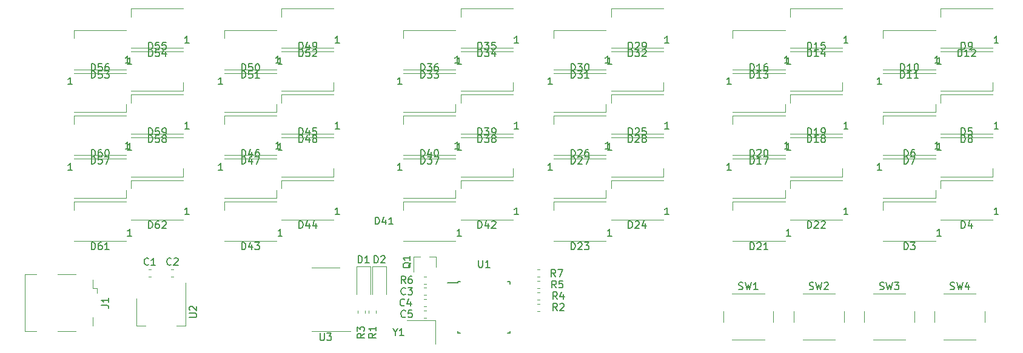
<source format=gbr>
G04 #@! TF.GenerationSoftware,KiCad,Pcbnew,(5.1.5)-3*
G04 #@! TF.CreationDate,2020-09-12T22:58:36+09:00*
G04 #@! TF.ProjectId,acrylic_nixie_clock,61637279-6c69-4635-9f6e-697869655f63,rev?*
G04 #@! TF.SameCoordinates,Original*
G04 #@! TF.FileFunction,Legend,Top*
G04 #@! TF.FilePolarity,Positive*
%FSLAX46Y46*%
G04 Gerber Fmt 4.6, Leading zero omitted, Abs format (unit mm)*
G04 Created by KiCad (PCBNEW (5.1.5)-3) date 2020-09-12 22:58:36*
%MOMM*%
%LPD*%
G04 APERTURE LIST*
%ADD10C,0.120000*%
%ADD11C,0.150000*%
G04 APERTURE END LIST*
D10*
X67782221Y-88775000D02*
X68107779Y-88775000D01*
X67782221Y-87755000D02*
X68107779Y-87755000D01*
X70957221Y-87755000D02*
X71282779Y-87755000D01*
X70957221Y-88775000D02*
X71282779Y-88775000D01*
X64650000Y-59750000D02*
X57350000Y-59750000D01*
X64650000Y-54250000D02*
X57350000Y-54250000D01*
X57350000Y-54250000D02*
X57350000Y-55400000D01*
X72650000Y-56750000D02*
X65350000Y-56750000D01*
X72650000Y-51250000D02*
X65350000Y-51250000D01*
X65350000Y-51250000D02*
X65350000Y-52400000D01*
X72650000Y-62750000D02*
X72650000Y-61600000D01*
X65350000Y-62750000D02*
X72650000Y-62750000D01*
X65350000Y-57250000D02*
X72650000Y-57250000D01*
X57350000Y-60250000D02*
X64650000Y-60250000D01*
X57350000Y-65750000D02*
X64650000Y-65750000D01*
X64650000Y-65750000D02*
X64650000Y-64600000D01*
X57350000Y-66250000D02*
X57350000Y-67400000D01*
X64650000Y-66250000D02*
X57350000Y-66250000D01*
X64650000Y-71750000D02*
X57350000Y-71750000D01*
X72650000Y-68750000D02*
X65350000Y-68750000D01*
X72650000Y-63250000D02*
X65350000Y-63250000D01*
X65350000Y-63250000D02*
X65350000Y-64400000D01*
X72650000Y-74750000D02*
X72650000Y-73600000D01*
X65350000Y-74750000D02*
X72650000Y-74750000D01*
X65350000Y-69250000D02*
X72650000Y-69250000D01*
X57350000Y-72250000D02*
X64650000Y-72250000D01*
X57350000Y-77750000D02*
X64650000Y-77750000D01*
X64650000Y-77750000D02*
X64650000Y-76600000D01*
X57350000Y-78250000D02*
X57350000Y-79400000D01*
X64650000Y-78250000D02*
X57350000Y-78250000D01*
X64650000Y-83750000D02*
X57350000Y-83750000D01*
X72650000Y-80750000D02*
X65350000Y-80750000D01*
X72650000Y-75250000D02*
X65350000Y-75250000D01*
X65350000Y-75250000D02*
X65350000Y-76400000D01*
X85650000Y-83750000D02*
X78350000Y-83750000D01*
X85650000Y-78250000D02*
X78350000Y-78250000D01*
X78350000Y-78250000D02*
X78350000Y-79400000D01*
X93650000Y-80750000D02*
X86350000Y-80750000D01*
X93650000Y-75250000D02*
X86350000Y-75250000D01*
X86350000Y-75250000D02*
X86350000Y-76400000D01*
X93650000Y-74750000D02*
X93650000Y-73600000D01*
X86350000Y-74750000D02*
X93650000Y-74750000D01*
X86350000Y-69250000D02*
X93650000Y-69250000D01*
X85650000Y-77750000D02*
X85650000Y-76600000D01*
X78350000Y-77750000D02*
X85650000Y-77750000D01*
X78350000Y-72250000D02*
X85650000Y-72250000D01*
X85650000Y-71750000D02*
X78350000Y-71750000D01*
X85650000Y-66250000D02*
X78350000Y-66250000D01*
X78350000Y-66250000D02*
X78350000Y-67400000D01*
X93650000Y-68750000D02*
X86350000Y-68750000D01*
X93650000Y-63250000D02*
X86350000Y-63250000D01*
X86350000Y-63250000D02*
X86350000Y-64400000D01*
X86350000Y-57250000D02*
X93650000Y-57250000D01*
X86350000Y-62750000D02*
X93650000Y-62750000D01*
X93650000Y-62750000D02*
X93650000Y-61600000D01*
X85650000Y-65750000D02*
X85650000Y-64600000D01*
X78350000Y-65750000D02*
X85650000Y-65750000D01*
X78350000Y-60250000D02*
X85650000Y-60250000D01*
X78350000Y-54250000D02*
X78350000Y-55400000D01*
X85650000Y-54250000D02*
X78350000Y-54250000D01*
X85650000Y-59750000D02*
X78350000Y-59750000D01*
X93650000Y-56750000D02*
X86350000Y-56750000D01*
X93650000Y-51250000D02*
X86350000Y-51250000D01*
X86350000Y-51250000D02*
X86350000Y-52400000D01*
X103350000Y-54250000D02*
X103350000Y-55400000D01*
X110650000Y-54250000D02*
X103350000Y-54250000D01*
X110650000Y-59750000D02*
X103350000Y-59750000D01*
X118650000Y-56750000D02*
X111350000Y-56750000D01*
X118650000Y-51250000D02*
X111350000Y-51250000D01*
X111350000Y-51250000D02*
X111350000Y-52400000D01*
X111350000Y-57250000D02*
X118650000Y-57250000D01*
X111350000Y-62750000D02*
X118650000Y-62750000D01*
X118650000Y-62750000D02*
X118650000Y-61600000D01*
X103350000Y-60250000D02*
X110650000Y-60250000D01*
X103350000Y-65750000D02*
X110650000Y-65750000D01*
X110650000Y-65750000D02*
X110650000Y-64600000D01*
X110650000Y-71750000D02*
X103350000Y-71750000D01*
X110650000Y-66250000D02*
X103350000Y-66250000D01*
X103350000Y-66250000D02*
X103350000Y-67400000D01*
X118650000Y-68750000D02*
X111350000Y-68750000D01*
X118650000Y-63250000D02*
X111350000Y-63250000D01*
X111350000Y-63250000D02*
X111350000Y-64400000D01*
X111350000Y-69250000D02*
X118650000Y-69250000D01*
X111350000Y-74750000D02*
X118650000Y-74750000D01*
X118650000Y-74750000D02*
X118650000Y-73600000D01*
X110650000Y-77750000D02*
X110650000Y-76600000D01*
X103350000Y-77750000D02*
X110650000Y-77750000D01*
X103350000Y-72250000D02*
X110650000Y-72250000D01*
X110650000Y-83750000D02*
X103350000Y-83750000D01*
X110650000Y-78250000D02*
X103350000Y-78250000D01*
X103350000Y-78250000D02*
X103350000Y-79400000D01*
X118650000Y-80750000D02*
X111350000Y-80750000D01*
X118650000Y-75250000D02*
X111350000Y-75250000D01*
X111350000Y-75250000D02*
X111350000Y-76400000D01*
X131650000Y-83750000D02*
X124350000Y-83750000D01*
X131650000Y-78250000D02*
X124350000Y-78250000D01*
X124350000Y-78250000D02*
X124350000Y-79400000D01*
X132350000Y-75250000D02*
X132350000Y-76400000D01*
X139650000Y-75250000D02*
X132350000Y-75250000D01*
X139650000Y-80750000D02*
X132350000Y-80750000D01*
X139650000Y-74750000D02*
X139650000Y-73600000D01*
X132350000Y-74750000D02*
X139650000Y-74750000D01*
X132350000Y-69250000D02*
X139650000Y-69250000D01*
X124350000Y-72250000D02*
X131650000Y-72250000D01*
X124350000Y-77750000D02*
X131650000Y-77750000D01*
X131650000Y-77750000D02*
X131650000Y-76600000D01*
X124350000Y-66250000D02*
X124350000Y-67400000D01*
X131650000Y-66250000D02*
X124350000Y-66250000D01*
X131650000Y-71750000D02*
X124350000Y-71750000D01*
X139650000Y-68750000D02*
X132350000Y-68750000D01*
X139650000Y-63250000D02*
X132350000Y-63250000D01*
X132350000Y-63250000D02*
X132350000Y-64400000D01*
X139650000Y-62750000D02*
X139650000Y-61600000D01*
X132350000Y-62750000D02*
X139650000Y-62750000D01*
X132350000Y-57250000D02*
X139650000Y-57250000D01*
X131650000Y-65750000D02*
X131650000Y-64600000D01*
X124350000Y-65750000D02*
X131650000Y-65750000D01*
X124350000Y-60250000D02*
X131650000Y-60250000D01*
X124350000Y-54250000D02*
X124350000Y-55400000D01*
X131650000Y-54250000D02*
X124350000Y-54250000D01*
X131650000Y-59750000D02*
X124350000Y-59750000D01*
X139650000Y-56750000D02*
X132350000Y-56750000D01*
X139650000Y-51250000D02*
X132350000Y-51250000D01*
X132350000Y-51250000D02*
X132350000Y-52400000D01*
X156650000Y-59750000D02*
X149350000Y-59750000D01*
X156650000Y-54250000D02*
X149350000Y-54250000D01*
X149350000Y-54250000D02*
X149350000Y-55400000D01*
X157350000Y-51250000D02*
X157350000Y-52400000D01*
X164650000Y-51250000D02*
X157350000Y-51250000D01*
X164650000Y-56750000D02*
X157350000Y-56750000D01*
X164650000Y-62750000D02*
X164650000Y-61600000D01*
X157350000Y-62750000D02*
X164650000Y-62750000D01*
X157350000Y-57250000D02*
X164650000Y-57250000D01*
X149350000Y-60250000D02*
X156650000Y-60250000D01*
X149350000Y-65750000D02*
X156650000Y-65750000D01*
X156650000Y-65750000D02*
X156650000Y-64600000D01*
X149350000Y-66250000D02*
X149350000Y-67400000D01*
X156650000Y-66250000D02*
X149350000Y-66250000D01*
X156650000Y-71750000D02*
X149350000Y-71750000D01*
X157350000Y-63250000D02*
X157350000Y-64400000D01*
X164650000Y-63250000D02*
X157350000Y-63250000D01*
X164650000Y-68750000D02*
X157350000Y-68750000D01*
X164650000Y-74750000D02*
X164650000Y-73600000D01*
X157350000Y-74750000D02*
X164650000Y-74750000D01*
X157350000Y-69250000D02*
X164650000Y-69250000D01*
X149350000Y-72250000D02*
X156650000Y-72250000D01*
X149350000Y-77750000D02*
X156650000Y-77750000D01*
X156650000Y-77750000D02*
X156650000Y-76600000D01*
X149350000Y-78250000D02*
X149350000Y-79400000D01*
X156650000Y-78250000D02*
X149350000Y-78250000D01*
X156650000Y-83750000D02*
X149350000Y-83750000D01*
X157350000Y-75250000D02*
X157350000Y-76400000D01*
X164650000Y-75250000D02*
X157350000Y-75250000D01*
X164650000Y-80750000D02*
X157350000Y-80750000D01*
X177650000Y-83750000D02*
X170350000Y-83750000D01*
X177650000Y-78250000D02*
X170350000Y-78250000D01*
X170350000Y-78250000D02*
X170350000Y-79400000D01*
X178350000Y-75250000D02*
X178350000Y-76400000D01*
X185650000Y-75250000D02*
X178350000Y-75250000D01*
X185650000Y-80750000D02*
X178350000Y-80750000D01*
X185650000Y-74750000D02*
X185650000Y-73600000D01*
X178350000Y-74750000D02*
X185650000Y-74750000D01*
X178350000Y-69250000D02*
X185650000Y-69250000D01*
X170350000Y-72250000D02*
X177650000Y-72250000D01*
X170350000Y-77750000D02*
X177650000Y-77750000D01*
X177650000Y-77750000D02*
X177650000Y-76600000D01*
X177650000Y-71750000D02*
X170350000Y-71750000D01*
X177650000Y-66250000D02*
X170350000Y-66250000D01*
X170350000Y-66250000D02*
X170350000Y-67400000D01*
X178350000Y-63250000D02*
X178350000Y-64400000D01*
X185650000Y-63250000D02*
X178350000Y-63250000D01*
X185650000Y-68750000D02*
X178350000Y-68750000D01*
X185650000Y-62750000D02*
X185650000Y-61600000D01*
X178350000Y-62750000D02*
X185650000Y-62750000D01*
X178350000Y-57250000D02*
X185650000Y-57250000D01*
X170350000Y-60250000D02*
X177650000Y-60250000D01*
X170350000Y-65750000D02*
X177650000Y-65750000D01*
X177650000Y-65750000D02*
X177650000Y-64600000D01*
X177650000Y-59750000D02*
X170350000Y-59750000D01*
X177650000Y-54250000D02*
X170350000Y-54250000D01*
X170350000Y-54250000D02*
X170350000Y-55400000D01*
X185650000Y-56750000D02*
X178350000Y-56750000D01*
X185650000Y-51250000D02*
X178350000Y-51250000D01*
X178350000Y-51250000D02*
X178350000Y-52400000D01*
X55065000Y-88432500D02*
X57665000Y-88432500D01*
X57665000Y-96352500D02*
X55065000Y-96352500D01*
X59975000Y-89192500D02*
X59975000Y-90342500D01*
X59975000Y-90342500D02*
X60565000Y-90342500D01*
X60565000Y-90342500D02*
X60565000Y-91042500D01*
X59975000Y-94442500D02*
X59975000Y-95592500D01*
X52165000Y-88432500D02*
X50505000Y-88432500D01*
X50505000Y-88432500D02*
X50505000Y-96352500D01*
X50505000Y-96352500D02*
X52165000Y-96352500D01*
X107942500Y-85917500D02*
X107012500Y-85917500D01*
X104782500Y-85917500D02*
X105712500Y-85917500D01*
X104782500Y-85917500D02*
X104782500Y-88077500D01*
X107942500Y-85917500D02*
X107942500Y-87377500D01*
X106525279Y-89727500D02*
X106199721Y-89727500D01*
X106525279Y-88707500D02*
X106199721Y-88707500D01*
X66122500Y-95572500D02*
X67382500Y-95572500D01*
X72942500Y-95572500D02*
X71682500Y-95572500D01*
X66122500Y-91812500D02*
X66122500Y-95572500D01*
X72942500Y-89562500D02*
X72942500Y-95572500D01*
X122408767Y-92517500D02*
X122066233Y-92517500D01*
X122408767Y-93537500D02*
X122066233Y-93537500D01*
X122408767Y-91950000D02*
X122066233Y-91950000D01*
X122408767Y-90930000D02*
X122066233Y-90930000D01*
X122408767Y-89342500D02*
X122066233Y-89342500D01*
X122408767Y-90362500D02*
X122066233Y-90362500D01*
X122408767Y-88775000D02*
X122066233Y-88775000D01*
X122408767Y-87755000D02*
X122066233Y-87755000D01*
X99570000Y-93833767D02*
X99570000Y-93491233D01*
X98550000Y-93833767D02*
X98550000Y-93491233D01*
X96962500Y-93833767D02*
X96962500Y-93491233D01*
X97982500Y-93833767D02*
X97982500Y-93491233D01*
X155022500Y-95075000D02*
X155022500Y-93575000D01*
X153772500Y-91075000D02*
X149272500Y-91075000D01*
X148022500Y-93575000D02*
X148022500Y-95075000D01*
X149272500Y-97575000D02*
X153772500Y-97575000D01*
X159115000Y-97575000D02*
X163615000Y-97575000D01*
X157865000Y-93575000D02*
X157865000Y-95075000D01*
X163615000Y-91075000D02*
X159115000Y-91075000D01*
X164865000Y-95075000D02*
X164865000Y-93575000D01*
X174707500Y-95075000D02*
X174707500Y-93575000D01*
X173457500Y-91075000D02*
X168957500Y-91075000D01*
X167707500Y-93575000D02*
X167707500Y-95075000D01*
X168957500Y-97575000D02*
X173457500Y-97575000D01*
X178800000Y-97575000D02*
X183300000Y-97575000D01*
X177550000Y-93575000D02*
X177550000Y-95075000D01*
X183300000Y-91075000D02*
X178800000Y-91075000D01*
X184550000Y-95075000D02*
X184550000Y-93575000D01*
D11*
X110992500Y-89402500D02*
X110992500Y-89627500D01*
X118242500Y-89402500D02*
X118242500Y-89727500D01*
X118242500Y-96652500D02*
X118242500Y-96327500D01*
X110992500Y-96652500D02*
X110992500Y-96327500D01*
X110992500Y-89402500D02*
X111317500Y-89402500D01*
X110992500Y-96652500D02*
X111317500Y-96652500D01*
X118242500Y-96652500D02*
X117917500Y-96652500D01*
X118242500Y-89402500D02*
X117917500Y-89402500D01*
X110992500Y-89627500D02*
X109567500Y-89627500D01*
D10*
X106199721Y-90295000D02*
X106525279Y-90295000D01*
X106199721Y-91315000D02*
X106525279Y-91315000D01*
X106199721Y-91882500D02*
X106525279Y-91882500D01*
X106199721Y-92902500D02*
X106525279Y-92902500D01*
X106199721Y-94490000D02*
X106525279Y-94490000D01*
X106199721Y-93470000D02*
X106525279Y-93470000D01*
X98790000Y-87335000D02*
X98790000Y-91185000D01*
X96790000Y-87335000D02*
X96790000Y-91185000D01*
X98790000Y-87335000D02*
X96790000Y-87335000D01*
X101012500Y-87335000D02*
X99012500Y-87335000D01*
X99012500Y-87335000D02*
X99012500Y-91185000D01*
X101012500Y-87335000D02*
X101012500Y-91185000D01*
X92499999Y-87479999D02*
X90549999Y-87479999D01*
X92499999Y-87479999D02*
X94449999Y-87479999D01*
X92499999Y-96349999D02*
X90549999Y-96349999D01*
X92499999Y-96349999D02*
X95949999Y-96349999D01*
X107875000Y-98170000D02*
X107875000Y-94870000D01*
X107875000Y-94870000D02*
X103875000Y-94870000D01*
D11*
X67778333Y-87034642D02*
X67730714Y-87082261D01*
X67587857Y-87129880D01*
X67492619Y-87129880D01*
X67349761Y-87082261D01*
X67254523Y-86987023D01*
X67206904Y-86891785D01*
X67159285Y-86701309D01*
X67159285Y-86558452D01*
X67206904Y-86367976D01*
X67254523Y-86272738D01*
X67349761Y-86177500D01*
X67492619Y-86129880D01*
X67587857Y-86129880D01*
X67730714Y-86177500D01*
X67778333Y-86225119D01*
X68730714Y-87129880D02*
X68159285Y-87129880D01*
X68445000Y-87129880D02*
X68445000Y-86129880D01*
X68349761Y-86272738D01*
X68254523Y-86367976D01*
X68159285Y-86415595D01*
X70953333Y-87034642D02*
X70905714Y-87082261D01*
X70762857Y-87129880D01*
X70667619Y-87129880D01*
X70524761Y-87082261D01*
X70429523Y-86987023D01*
X70381904Y-86891785D01*
X70334285Y-86701309D01*
X70334285Y-86558452D01*
X70381904Y-86367976D01*
X70429523Y-86272738D01*
X70524761Y-86177500D01*
X70667619Y-86129880D01*
X70762857Y-86129880D01*
X70905714Y-86177500D01*
X70953333Y-86225119D01*
X71334285Y-86225119D02*
X71381904Y-86177500D01*
X71477142Y-86129880D01*
X71715238Y-86129880D01*
X71810476Y-86177500D01*
X71858095Y-86225119D01*
X71905714Y-86320357D01*
X71905714Y-86415595D01*
X71858095Y-86558452D01*
X71286666Y-87129880D01*
X71905714Y-87129880D01*
X59785714Y-60952380D02*
X59785714Y-59952380D01*
X60023809Y-59952380D01*
X60166666Y-60000000D01*
X60261904Y-60095238D01*
X60309523Y-60190476D01*
X60357142Y-60380952D01*
X60357142Y-60523809D01*
X60309523Y-60714285D01*
X60261904Y-60809523D01*
X60166666Y-60904761D01*
X60023809Y-60952380D01*
X59785714Y-60952380D01*
X61261904Y-59952380D02*
X60785714Y-59952380D01*
X60738095Y-60428571D01*
X60785714Y-60380952D01*
X60880952Y-60333333D01*
X61119047Y-60333333D01*
X61214285Y-60380952D01*
X61261904Y-60428571D01*
X61309523Y-60523809D01*
X61309523Y-60761904D01*
X61261904Y-60857142D01*
X61214285Y-60904761D01*
X61119047Y-60952380D01*
X60880952Y-60952380D01*
X60785714Y-60904761D01*
X60738095Y-60857142D01*
X61642857Y-59952380D02*
X62261904Y-59952380D01*
X61928571Y-60333333D01*
X62071428Y-60333333D01*
X62166666Y-60380952D01*
X62214285Y-60428571D01*
X62261904Y-60523809D01*
X62261904Y-60761904D01*
X62214285Y-60857142D01*
X62166666Y-60904761D01*
X62071428Y-60952380D01*
X61785714Y-60952380D01*
X61690476Y-60904761D01*
X61642857Y-60857142D01*
X65435714Y-59052380D02*
X64864285Y-59052380D01*
X65150000Y-59052380D02*
X65150000Y-58052380D01*
X65054761Y-58195238D01*
X64959523Y-58290476D01*
X64864285Y-58338095D01*
X67785714Y-57952380D02*
X67785714Y-56952380D01*
X68023809Y-56952380D01*
X68166666Y-57000000D01*
X68261904Y-57095238D01*
X68309523Y-57190476D01*
X68357142Y-57380952D01*
X68357142Y-57523809D01*
X68309523Y-57714285D01*
X68261904Y-57809523D01*
X68166666Y-57904761D01*
X68023809Y-57952380D01*
X67785714Y-57952380D01*
X69261904Y-56952380D02*
X68785714Y-56952380D01*
X68738095Y-57428571D01*
X68785714Y-57380952D01*
X68880952Y-57333333D01*
X69119047Y-57333333D01*
X69214285Y-57380952D01*
X69261904Y-57428571D01*
X69309523Y-57523809D01*
X69309523Y-57761904D01*
X69261904Y-57857142D01*
X69214285Y-57904761D01*
X69119047Y-57952380D01*
X68880952Y-57952380D01*
X68785714Y-57904761D01*
X68738095Y-57857142D01*
X70166666Y-57285714D02*
X70166666Y-57952380D01*
X69928571Y-56904761D02*
X69690476Y-57619047D01*
X70309523Y-57619047D01*
X73435714Y-56052380D02*
X72864285Y-56052380D01*
X73150000Y-56052380D02*
X73150000Y-55052380D01*
X73054761Y-55195238D01*
X72959523Y-55290476D01*
X72864285Y-55338095D01*
X67785714Y-56952380D02*
X67785714Y-55952380D01*
X68023809Y-55952380D01*
X68166666Y-56000000D01*
X68261904Y-56095238D01*
X68309523Y-56190476D01*
X68357142Y-56380952D01*
X68357142Y-56523809D01*
X68309523Y-56714285D01*
X68261904Y-56809523D01*
X68166666Y-56904761D01*
X68023809Y-56952380D01*
X67785714Y-56952380D01*
X69261904Y-55952380D02*
X68785714Y-55952380D01*
X68738095Y-56428571D01*
X68785714Y-56380952D01*
X68880952Y-56333333D01*
X69119047Y-56333333D01*
X69214285Y-56380952D01*
X69261904Y-56428571D01*
X69309523Y-56523809D01*
X69309523Y-56761904D01*
X69261904Y-56857142D01*
X69214285Y-56904761D01*
X69119047Y-56952380D01*
X68880952Y-56952380D01*
X68785714Y-56904761D01*
X68738095Y-56857142D01*
X70214285Y-55952380D02*
X69738095Y-55952380D01*
X69690476Y-56428571D01*
X69738095Y-56380952D01*
X69833333Y-56333333D01*
X70071428Y-56333333D01*
X70166666Y-56380952D01*
X70214285Y-56428571D01*
X70261904Y-56523809D01*
X70261904Y-56761904D01*
X70214285Y-56857142D01*
X70166666Y-56904761D01*
X70071428Y-56952380D01*
X69833333Y-56952380D01*
X69738095Y-56904761D01*
X69690476Y-56857142D01*
X65135714Y-58852380D02*
X64564285Y-58852380D01*
X64850000Y-58852380D02*
X64850000Y-57852380D01*
X64754761Y-57995238D01*
X64659523Y-58090476D01*
X64564285Y-58138095D01*
X59785714Y-59952380D02*
X59785714Y-58952380D01*
X60023809Y-58952380D01*
X60166666Y-59000000D01*
X60261904Y-59095238D01*
X60309523Y-59190476D01*
X60357142Y-59380952D01*
X60357142Y-59523809D01*
X60309523Y-59714285D01*
X60261904Y-59809523D01*
X60166666Y-59904761D01*
X60023809Y-59952380D01*
X59785714Y-59952380D01*
X61261904Y-58952380D02*
X60785714Y-58952380D01*
X60738095Y-59428571D01*
X60785714Y-59380952D01*
X60880952Y-59333333D01*
X61119047Y-59333333D01*
X61214285Y-59380952D01*
X61261904Y-59428571D01*
X61309523Y-59523809D01*
X61309523Y-59761904D01*
X61261904Y-59857142D01*
X61214285Y-59904761D01*
X61119047Y-59952380D01*
X60880952Y-59952380D01*
X60785714Y-59904761D01*
X60738095Y-59857142D01*
X62166666Y-58952380D02*
X61976190Y-58952380D01*
X61880952Y-59000000D01*
X61833333Y-59047619D01*
X61738095Y-59190476D01*
X61690476Y-59380952D01*
X61690476Y-59761904D01*
X61738095Y-59857142D01*
X61785714Y-59904761D01*
X61880952Y-59952380D01*
X62071428Y-59952380D01*
X62166666Y-59904761D01*
X62214285Y-59857142D01*
X62261904Y-59761904D01*
X62261904Y-59523809D01*
X62214285Y-59428571D01*
X62166666Y-59380952D01*
X62071428Y-59333333D01*
X61880952Y-59333333D01*
X61785714Y-59380952D01*
X61738095Y-59428571D01*
X61690476Y-59523809D01*
X57135714Y-61852380D02*
X56564285Y-61852380D01*
X56850000Y-61852380D02*
X56850000Y-60852380D01*
X56754761Y-60995238D01*
X56659523Y-61090476D01*
X56564285Y-61138095D01*
X59785714Y-72952380D02*
X59785714Y-71952380D01*
X60023809Y-71952380D01*
X60166666Y-72000000D01*
X60261904Y-72095238D01*
X60309523Y-72190476D01*
X60357142Y-72380952D01*
X60357142Y-72523809D01*
X60309523Y-72714285D01*
X60261904Y-72809523D01*
X60166666Y-72904761D01*
X60023809Y-72952380D01*
X59785714Y-72952380D01*
X61261904Y-71952380D02*
X60785714Y-71952380D01*
X60738095Y-72428571D01*
X60785714Y-72380952D01*
X60880952Y-72333333D01*
X61119047Y-72333333D01*
X61214285Y-72380952D01*
X61261904Y-72428571D01*
X61309523Y-72523809D01*
X61309523Y-72761904D01*
X61261904Y-72857142D01*
X61214285Y-72904761D01*
X61119047Y-72952380D01*
X60880952Y-72952380D01*
X60785714Y-72904761D01*
X60738095Y-72857142D01*
X61642857Y-71952380D02*
X62309523Y-71952380D01*
X61880952Y-72952380D01*
X65435714Y-71052380D02*
X64864285Y-71052380D01*
X65150000Y-71052380D02*
X65150000Y-70052380D01*
X65054761Y-70195238D01*
X64959523Y-70290476D01*
X64864285Y-70338095D01*
X67785714Y-69952380D02*
X67785714Y-68952380D01*
X68023809Y-68952380D01*
X68166666Y-69000000D01*
X68261904Y-69095238D01*
X68309523Y-69190476D01*
X68357142Y-69380952D01*
X68357142Y-69523809D01*
X68309523Y-69714285D01*
X68261904Y-69809523D01*
X68166666Y-69904761D01*
X68023809Y-69952380D01*
X67785714Y-69952380D01*
X69261904Y-68952380D02*
X68785714Y-68952380D01*
X68738095Y-69428571D01*
X68785714Y-69380952D01*
X68880952Y-69333333D01*
X69119047Y-69333333D01*
X69214285Y-69380952D01*
X69261904Y-69428571D01*
X69309523Y-69523809D01*
X69309523Y-69761904D01*
X69261904Y-69857142D01*
X69214285Y-69904761D01*
X69119047Y-69952380D01*
X68880952Y-69952380D01*
X68785714Y-69904761D01*
X68738095Y-69857142D01*
X69880952Y-69380952D02*
X69785714Y-69333333D01*
X69738095Y-69285714D01*
X69690476Y-69190476D01*
X69690476Y-69142857D01*
X69738095Y-69047619D01*
X69785714Y-69000000D01*
X69880952Y-68952380D01*
X70071428Y-68952380D01*
X70166666Y-69000000D01*
X70214285Y-69047619D01*
X70261904Y-69142857D01*
X70261904Y-69190476D01*
X70214285Y-69285714D01*
X70166666Y-69333333D01*
X70071428Y-69380952D01*
X69880952Y-69380952D01*
X69785714Y-69428571D01*
X69738095Y-69476190D01*
X69690476Y-69571428D01*
X69690476Y-69761904D01*
X69738095Y-69857142D01*
X69785714Y-69904761D01*
X69880952Y-69952380D01*
X70071428Y-69952380D01*
X70166666Y-69904761D01*
X70214285Y-69857142D01*
X70261904Y-69761904D01*
X70261904Y-69571428D01*
X70214285Y-69476190D01*
X70166666Y-69428571D01*
X70071428Y-69380952D01*
X73435714Y-68052380D02*
X72864285Y-68052380D01*
X73150000Y-68052380D02*
X73150000Y-67052380D01*
X73054761Y-67195238D01*
X72959523Y-67290476D01*
X72864285Y-67338095D01*
X67785714Y-68952380D02*
X67785714Y-67952380D01*
X68023809Y-67952380D01*
X68166666Y-68000000D01*
X68261904Y-68095238D01*
X68309523Y-68190476D01*
X68357142Y-68380952D01*
X68357142Y-68523809D01*
X68309523Y-68714285D01*
X68261904Y-68809523D01*
X68166666Y-68904761D01*
X68023809Y-68952380D01*
X67785714Y-68952380D01*
X69261904Y-67952380D02*
X68785714Y-67952380D01*
X68738095Y-68428571D01*
X68785714Y-68380952D01*
X68880952Y-68333333D01*
X69119047Y-68333333D01*
X69214285Y-68380952D01*
X69261904Y-68428571D01*
X69309523Y-68523809D01*
X69309523Y-68761904D01*
X69261904Y-68857142D01*
X69214285Y-68904761D01*
X69119047Y-68952380D01*
X68880952Y-68952380D01*
X68785714Y-68904761D01*
X68738095Y-68857142D01*
X69785714Y-68952380D02*
X69976190Y-68952380D01*
X70071428Y-68904761D01*
X70119047Y-68857142D01*
X70214285Y-68714285D01*
X70261904Y-68523809D01*
X70261904Y-68142857D01*
X70214285Y-68047619D01*
X70166666Y-68000000D01*
X70071428Y-67952380D01*
X69880952Y-67952380D01*
X69785714Y-68000000D01*
X69738095Y-68047619D01*
X69690476Y-68142857D01*
X69690476Y-68380952D01*
X69738095Y-68476190D01*
X69785714Y-68523809D01*
X69880952Y-68571428D01*
X70071428Y-68571428D01*
X70166666Y-68523809D01*
X70214285Y-68476190D01*
X70261904Y-68380952D01*
X65135714Y-70852380D02*
X64564285Y-70852380D01*
X64850000Y-70852380D02*
X64850000Y-69852380D01*
X64754761Y-69995238D01*
X64659523Y-70090476D01*
X64564285Y-70138095D01*
X59785714Y-71952380D02*
X59785714Y-70952380D01*
X60023809Y-70952380D01*
X60166666Y-71000000D01*
X60261904Y-71095238D01*
X60309523Y-71190476D01*
X60357142Y-71380952D01*
X60357142Y-71523809D01*
X60309523Y-71714285D01*
X60261904Y-71809523D01*
X60166666Y-71904761D01*
X60023809Y-71952380D01*
X59785714Y-71952380D01*
X61214285Y-70952380D02*
X61023809Y-70952380D01*
X60928571Y-71000000D01*
X60880952Y-71047619D01*
X60785714Y-71190476D01*
X60738095Y-71380952D01*
X60738095Y-71761904D01*
X60785714Y-71857142D01*
X60833333Y-71904761D01*
X60928571Y-71952380D01*
X61119047Y-71952380D01*
X61214285Y-71904761D01*
X61261904Y-71857142D01*
X61309523Y-71761904D01*
X61309523Y-71523809D01*
X61261904Y-71428571D01*
X61214285Y-71380952D01*
X61119047Y-71333333D01*
X60928571Y-71333333D01*
X60833333Y-71380952D01*
X60785714Y-71428571D01*
X60738095Y-71523809D01*
X61928571Y-70952380D02*
X62023809Y-70952380D01*
X62119047Y-71000000D01*
X62166666Y-71047619D01*
X62214285Y-71142857D01*
X62261904Y-71333333D01*
X62261904Y-71571428D01*
X62214285Y-71761904D01*
X62166666Y-71857142D01*
X62119047Y-71904761D01*
X62023809Y-71952380D01*
X61928571Y-71952380D01*
X61833333Y-71904761D01*
X61785714Y-71857142D01*
X61738095Y-71761904D01*
X61690476Y-71571428D01*
X61690476Y-71333333D01*
X61738095Y-71142857D01*
X61785714Y-71047619D01*
X61833333Y-71000000D01*
X61928571Y-70952380D01*
X57135714Y-73852380D02*
X56564285Y-73852380D01*
X56850000Y-73852380D02*
X56850000Y-72852380D01*
X56754761Y-72995238D01*
X56659523Y-73090476D01*
X56564285Y-73138095D01*
X59785714Y-84952380D02*
X59785714Y-83952380D01*
X60023809Y-83952380D01*
X60166666Y-84000000D01*
X60261904Y-84095238D01*
X60309523Y-84190476D01*
X60357142Y-84380952D01*
X60357142Y-84523809D01*
X60309523Y-84714285D01*
X60261904Y-84809523D01*
X60166666Y-84904761D01*
X60023809Y-84952380D01*
X59785714Y-84952380D01*
X61214285Y-83952380D02*
X61023809Y-83952380D01*
X60928571Y-84000000D01*
X60880952Y-84047619D01*
X60785714Y-84190476D01*
X60738095Y-84380952D01*
X60738095Y-84761904D01*
X60785714Y-84857142D01*
X60833333Y-84904761D01*
X60928571Y-84952380D01*
X61119047Y-84952380D01*
X61214285Y-84904761D01*
X61261904Y-84857142D01*
X61309523Y-84761904D01*
X61309523Y-84523809D01*
X61261904Y-84428571D01*
X61214285Y-84380952D01*
X61119047Y-84333333D01*
X60928571Y-84333333D01*
X60833333Y-84380952D01*
X60785714Y-84428571D01*
X60738095Y-84523809D01*
X62261904Y-84952380D02*
X61690476Y-84952380D01*
X61976190Y-84952380D02*
X61976190Y-83952380D01*
X61880952Y-84095238D01*
X61785714Y-84190476D01*
X61690476Y-84238095D01*
X65435714Y-83052380D02*
X64864285Y-83052380D01*
X65150000Y-83052380D02*
X65150000Y-82052380D01*
X65054761Y-82195238D01*
X64959523Y-82290476D01*
X64864285Y-82338095D01*
X67785714Y-81952380D02*
X67785714Y-80952380D01*
X68023809Y-80952380D01*
X68166666Y-81000000D01*
X68261904Y-81095238D01*
X68309523Y-81190476D01*
X68357142Y-81380952D01*
X68357142Y-81523809D01*
X68309523Y-81714285D01*
X68261904Y-81809523D01*
X68166666Y-81904761D01*
X68023809Y-81952380D01*
X67785714Y-81952380D01*
X69214285Y-80952380D02*
X69023809Y-80952380D01*
X68928571Y-81000000D01*
X68880952Y-81047619D01*
X68785714Y-81190476D01*
X68738095Y-81380952D01*
X68738095Y-81761904D01*
X68785714Y-81857142D01*
X68833333Y-81904761D01*
X68928571Y-81952380D01*
X69119047Y-81952380D01*
X69214285Y-81904761D01*
X69261904Y-81857142D01*
X69309523Y-81761904D01*
X69309523Y-81523809D01*
X69261904Y-81428571D01*
X69214285Y-81380952D01*
X69119047Y-81333333D01*
X68928571Y-81333333D01*
X68833333Y-81380952D01*
X68785714Y-81428571D01*
X68738095Y-81523809D01*
X69690476Y-81047619D02*
X69738095Y-81000000D01*
X69833333Y-80952380D01*
X70071428Y-80952380D01*
X70166666Y-81000000D01*
X70214285Y-81047619D01*
X70261904Y-81142857D01*
X70261904Y-81238095D01*
X70214285Y-81380952D01*
X69642857Y-81952380D01*
X70261904Y-81952380D01*
X73435714Y-80052380D02*
X72864285Y-80052380D01*
X73150000Y-80052380D02*
X73150000Y-79052380D01*
X73054761Y-79195238D01*
X72959523Y-79290476D01*
X72864285Y-79338095D01*
X80785714Y-84952380D02*
X80785714Y-83952380D01*
X81023809Y-83952380D01*
X81166666Y-84000000D01*
X81261904Y-84095238D01*
X81309523Y-84190476D01*
X81357142Y-84380952D01*
X81357142Y-84523809D01*
X81309523Y-84714285D01*
X81261904Y-84809523D01*
X81166666Y-84904761D01*
X81023809Y-84952380D01*
X80785714Y-84952380D01*
X82214285Y-84285714D02*
X82214285Y-84952380D01*
X81976190Y-83904761D02*
X81738095Y-84619047D01*
X82357142Y-84619047D01*
X82642857Y-83952380D02*
X83261904Y-83952380D01*
X82928571Y-84333333D01*
X83071428Y-84333333D01*
X83166666Y-84380952D01*
X83214285Y-84428571D01*
X83261904Y-84523809D01*
X83261904Y-84761904D01*
X83214285Y-84857142D01*
X83166666Y-84904761D01*
X83071428Y-84952380D01*
X82785714Y-84952380D01*
X82690476Y-84904761D01*
X82642857Y-84857142D01*
X86435714Y-83052380D02*
X85864285Y-83052380D01*
X86150000Y-83052380D02*
X86150000Y-82052380D01*
X86054761Y-82195238D01*
X85959523Y-82290476D01*
X85864285Y-82338095D01*
X88785714Y-81952380D02*
X88785714Y-80952380D01*
X89023809Y-80952380D01*
X89166666Y-81000000D01*
X89261904Y-81095238D01*
X89309523Y-81190476D01*
X89357142Y-81380952D01*
X89357142Y-81523809D01*
X89309523Y-81714285D01*
X89261904Y-81809523D01*
X89166666Y-81904761D01*
X89023809Y-81952380D01*
X88785714Y-81952380D01*
X90214285Y-81285714D02*
X90214285Y-81952380D01*
X89976190Y-80904761D02*
X89738095Y-81619047D01*
X90357142Y-81619047D01*
X91166666Y-81285714D02*
X91166666Y-81952380D01*
X90928571Y-80904761D02*
X90690476Y-81619047D01*
X91309523Y-81619047D01*
X94435714Y-80052380D02*
X93864285Y-80052380D01*
X94150000Y-80052380D02*
X94150000Y-79052380D01*
X94054761Y-79195238D01*
X93959523Y-79290476D01*
X93864285Y-79338095D01*
X88785714Y-68952380D02*
X88785714Y-67952380D01*
X89023809Y-67952380D01*
X89166666Y-68000000D01*
X89261904Y-68095238D01*
X89309523Y-68190476D01*
X89357142Y-68380952D01*
X89357142Y-68523809D01*
X89309523Y-68714285D01*
X89261904Y-68809523D01*
X89166666Y-68904761D01*
X89023809Y-68952380D01*
X88785714Y-68952380D01*
X90214285Y-68285714D02*
X90214285Y-68952380D01*
X89976190Y-67904761D02*
X89738095Y-68619047D01*
X90357142Y-68619047D01*
X91214285Y-67952380D02*
X90738095Y-67952380D01*
X90690476Y-68428571D01*
X90738095Y-68380952D01*
X90833333Y-68333333D01*
X91071428Y-68333333D01*
X91166666Y-68380952D01*
X91214285Y-68428571D01*
X91261904Y-68523809D01*
X91261904Y-68761904D01*
X91214285Y-68857142D01*
X91166666Y-68904761D01*
X91071428Y-68952380D01*
X90833333Y-68952380D01*
X90738095Y-68904761D01*
X90690476Y-68857142D01*
X86135714Y-70852380D02*
X85564285Y-70852380D01*
X85850000Y-70852380D02*
X85850000Y-69852380D01*
X85754761Y-69995238D01*
X85659523Y-70090476D01*
X85564285Y-70138095D01*
X80785714Y-71952380D02*
X80785714Y-70952380D01*
X81023809Y-70952380D01*
X81166666Y-71000000D01*
X81261904Y-71095238D01*
X81309523Y-71190476D01*
X81357142Y-71380952D01*
X81357142Y-71523809D01*
X81309523Y-71714285D01*
X81261904Y-71809523D01*
X81166666Y-71904761D01*
X81023809Y-71952380D01*
X80785714Y-71952380D01*
X82214285Y-71285714D02*
X82214285Y-71952380D01*
X81976190Y-70904761D02*
X81738095Y-71619047D01*
X82357142Y-71619047D01*
X83166666Y-70952380D02*
X82976190Y-70952380D01*
X82880952Y-71000000D01*
X82833333Y-71047619D01*
X82738095Y-71190476D01*
X82690476Y-71380952D01*
X82690476Y-71761904D01*
X82738095Y-71857142D01*
X82785714Y-71904761D01*
X82880952Y-71952380D01*
X83071428Y-71952380D01*
X83166666Y-71904761D01*
X83214285Y-71857142D01*
X83261904Y-71761904D01*
X83261904Y-71523809D01*
X83214285Y-71428571D01*
X83166666Y-71380952D01*
X83071428Y-71333333D01*
X82880952Y-71333333D01*
X82785714Y-71380952D01*
X82738095Y-71428571D01*
X82690476Y-71523809D01*
X78135714Y-73852380D02*
X77564285Y-73852380D01*
X77850000Y-73852380D02*
X77850000Y-72852380D01*
X77754761Y-72995238D01*
X77659523Y-73090476D01*
X77564285Y-73138095D01*
X80785714Y-72952380D02*
X80785714Y-71952380D01*
X81023809Y-71952380D01*
X81166666Y-72000000D01*
X81261904Y-72095238D01*
X81309523Y-72190476D01*
X81357142Y-72380952D01*
X81357142Y-72523809D01*
X81309523Y-72714285D01*
X81261904Y-72809523D01*
X81166666Y-72904761D01*
X81023809Y-72952380D01*
X80785714Y-72952380D01*
X82214285Y-72285714D02*
X82214285Y-72952380D01*
X81976190Y-71904761D02*
X81738095Y-72619047D01*
X82357142Y-72619047D01*
X82642857Y-71952380D02*
X83309523Y-71952380D01*
X82880952Y-72952380D01*
X86435714Y-71052380D02*
X85864285Y-71052380D01*
X86150000Y-71052380D02*
X86150000Y-70052380D01*
X86054761Y-70195238D01*
X85959523Y-70290476D01*
X85864285Y-70338095D01*
X88785714Y-69952380D02*
X88785714Y-68952380D01*
X89023809Y-68952380D01*
X89166666Y-69000000D01*
X89261904Y-69095238D01*
X89309523Y-69190476D01*
X89357142Y-69380952D01*
X89357142Y-69523809D01*
X89309523Y-69714285D01*
X89261904Y-69809523D01*
X89166666Y-69904761D01*
X89023809Y-69952380D01*
X88785714Y-69952380D01*
X90214285Y-69285714D02*
X90214285Y-69952380D01*
X89976190Y-68904761D02*
X89738095Y-69619047D01*
X90357142Y-69619047D01*
X90880952Y-69380952D02*
X90785714Y-69333333D01*
X90738095Y-69285714D01*
X90690476Y-69190476D01*
X90690476Y-69142857D01*
X90738095Y-69047619D01*
X90785714Y-69000000D01*
X90880952Y-68952380D01*
X91071428Y-68952380D01*
X91166666Y-69000000D01*
X91214285Y-69047619D01*
X91261904Y-69142857D01*
X91261904Y-69190476D01*
X91214285Y-69285714D01*
X91166666Y-69333333D01*
X91071428Y-69380952D01*
X90880952Y-69380952D01*
X90785714Y-69428571D01*
X90738095Y-69476190D01*
X90690476Y-69571428D01*
X90690476Y-69761904D01*
X90738095Y-69857142D01*
X90785714Y-69904761D01*
X90880952Y-69952380D01*
X91071428Y-69952380D01*
X91166666Y-69904761D01*
X91214285Y-69857142D01*
X91261904Y-69761904D01*
X91261904Y-69571428D01*
X91214285Y-69476190D01*
X91166666Y-69428571D01*
X91071428Y-69380952D01*
X94435714Y-68052380D02*
X93864285Y-68052380D01*
X94150000Y-68052380D02*
X94150000Y-67052380D01*
X94054761Y-67195238D01*
X93959523Y-67290476D01*
X93864285Y-67338095D01*
X88785714Y-56952380D02*
X88785714Y-55952380D01*
X89023809Y-55952380D01*
X89166666Y-56000000D01*
X89261904Y-56095238D01*
X89309523Y-56190476D01*
X89357142Y-56380952D01*
X89357142Y-56523809D01*
X89309523Y-56714285D01*
X89261904Y-56809523D01*
X89166666Y-56904761D01*
X89023809Y-56952380D01*
X88785714Y-56952380D01*
X90214285Y-56285714D02*
X90214285Y-56952380D01*
X89976190Y-55904761D02*
X89738095Y-56619047D01*
X90357142Y-56619047D01*
X90785714Y-56952380D02*
X90976190Y-56952380D01*
X91071428Y-56904761D01*
X91119047Y-56857142D01*
X91214285Y-56714285D01*
X91261904Y-56523809D01*
X91261904Y-56142857D01*
X91214285Y-56047619D01*
X91166666Y-56000000D01*
X91071428Y-55952380D01*
X90880952Y-55952380D01*
X90785714Y-56000000D01*
X90738095Y-56047619D01*
X90690476Y-56142857D01*
X90690476Y-56380952D01*
X90738095Y-56476190D01*
X90785714Y-56523809D01*
X90880952Y-56571428D01*
X91071428Y-56571428D01*
X91166666Y-56523809D01*
X91214285Y-56476190D01*
X91261904Y-56380952D01*
X86135714Y-58852380D02*
X85564285Y-58852380D01*
X85850000Y-58852380D02*
X85850000Y-57852380D01*
X85754761Y-57995238D01*
X85659523Y-58090476D01*
X85564285Y-58138095D01*
X80785714Y-59952380D02*
X80785714Y-58952380D01*
X81023809Y-58952380D01*
X81166666Y-59000000D01*
X81261904Y-59095238D01*
X81309523Y-59190476D01*
X81357142Y-59380952D01*
X81357142Y-59523809D01*
X81309523Y-59714285D01*
X81261904Y-59809523D01*
X81166666Y-59904761D01*
X81023809Y-59952380D01*
X80785714Y-59952380D01*
X82261904Y-58952380D02*
X81785714Y-58952380D01*
X81738095Y-59428571D01*
X81785714Y-59380952D01*
X81880952Y-59333333D01*
X82119047Y-59333333D01*
X82214285Y-59380952D01*
X82261904Y-59428571D01*
X82309523Y-59523809D01*
X82309523Y-59761904D01*
X82261904Y-59857142D01*
X82214285Y-59904761D01*
X82119047Y-59952380D01*
X81880952Y-59952380D01*
X81785714Y-59904761D01*
X81738095Y-59857142D01*
X82928571Y-58952380D02*
X83023809Y-58952380D01*
X83119047Y-59000000D01*
X83166666Y-59047619D01*
X83214285Y-59142857D01*
X83261904Y-59333333D01*
X83261904Y-59571428D01*
X83214285Y-59761904D01*
X83166666Y-59857142D01*
X83119047Y-59904761D01*
X83023809Y-59952380D01*
X82928571Y-59952380D01*
X82833333Y-59904761D01*
X82785714Y-59857142D01*
X82738095Y-59761904D01*
X82690476Y-59571428D01*
X82690476Y-59333333D01*
X82738095Y-59142857D01*
X82785714Y-59047619D01*
X82833333Y-59000000D01*
X82928571Y-58952380D01*
X78135714Y-61852380D02*
X77564285Y-61852380D01*
X77850000Y-61852380D02*
X77850000Y-60852380D01*
X77754761Y-60995238D01*
X77659523Y-61090476D01*
X77564285Y-61138095D01*
X80785714Y-60952380D02*
X80785714Y-59952380D01*
X81023809Y-59952380D01*
X81166666Y-60000000D01*
X81261904Y-60095238D01*
X81309523Y-60190476D01*
X81357142Y-60380952D01*
X81357142Y-60523809D01*
X81309523Y-60714285D01*
X81261904Y-60809523D01*
X81166666Y-60904761D01*
X81023809Y-60952380D01*
X80785714Y-60952380D01*
X82261904Y-59952380D02*
X81785714Y-59952380D01*
X81738095Y-60428571D01*
X81785714Y-60380952D01*
X81880952Y-60333333D01*
X82119047Y-60333333D01*
X82214285Y-60380952D01*
X82261904Y-60428571D01*
X82309523Y-60523809D01*
X82309523Y-60761904D01*
X82261904Y-60857142D01*
X82214285Y-60904761D01*
X82119047Y-60952380D01*
X81880952Y-60952380D01*
X81785714Y-60904761D01*
X81738095Y-60857142D01*
X83261904Y-60952380D02*
X82690476Y-60952380D01*
X82976190Y-60952380D02*
X82976190Y-59952380D01*
X82880952Y-60095238D01*
X82785714Y-60190476D01*
X82690476Y-60238095D01*
X86435714Y-59052380D02*
X85864285Y-59052380D01*
X86150000Y-59052380D02*
X86150000Y-58052380D01*
X86054761Y-58195238D01*
X85959523Y-58290476D01*
X85864285Y-58338095D01*
X88785714Y-57952380D02*
X88785714Y-56952380D01*
X89023809Y-56952380D01*
X89166666Y-57000000D01*
X89261904Y-57095238D01*
X89309523Y-57190476D01*
X89357142Y-57380952D01*
X89357142Y-57523809D01*
X89309523Y-57714285D01*
X89261904Y-57809523D01*
X89166666Y-57904761D01*
X89023809Y-57952380D01*
X88785714Y-57952380D01*
X90261904Y-56952380D02*
X89785714Y-56952380D01*
X89738095Y-57428571D01*
X89785714Y-57380952D01*
X89880952Y-57333333D01*
X90119047Y-57333333D01*
X90214285Y-57380952D01*
X90261904Y-57428571D01*
X90309523Y-57523809D01*
X90309523Y-57761904D01*
X90261904Y-57857142D01*
X90214285Y-57904761D01*
X90119047Y-57952380D01*
X89880952Y-57952380D01*
X89785714Y-57904761D01*
X89738095Y-57857142D01*
X90690476Y-57047619D02*
X90738095Y-57000000D01*
X90833333Y-56952380D01*
X91071428Y-56952380D01*
X91166666Y-57000000D01*
X91214285Y-57047619D01*
X91261904Y-57142857D01*
X91261904Y-57238095D01*
X91214285Y-57380952D01*
X90642857Y-57952380D01*
X91261904Y-57952380D01*
X94435714Y-56052380D02*
X93864285Y-56052380D01*
X94150000Y-56052380D02*
X94150000Y-55052380D01*
X94054761Y-55195238D01*
X93959523Y-55290476D01*
X93864285Y-55338095D01*
X105785714Y-60952380D02*
X105785714Y-59952380D01*
X106023809Y-59952380D01*
X106166666Y-60000000D01*
X106261904Y-60095238D01*
X106309523Y-60190476D01*
X106357142Y-60380952D01*
X106357142Y-60523809D01*
X106309523Y-60714285D01*
X106261904Y-60809523D01*
X106166666Y-60904761D01*
X106023809Y-60952380D01*
X105785714Y-60952380D01*
X106690476Y-59952380D02*
X107309523Y-59952380D01*
X106976190Y-60333333D01*
X107119047Y-60333333D01*
X107214285Y-60380952D01*
X107261904Y-60428571D01*
X107309523Y-60523809D01*
X107309523Y-60761904D01*
X107261904Y-60857142D01*
X107214285Y-60904761D01*
X107119047Y-60952380D01*
X106833333Y-60952380D01*
X106738095Y-60904761D01*
X106690476Y-60857142D01*
X107642857Y-59952380D02*
X108261904Y-59952380D01*
X107928571Y-60333333D01*
X108071428Y-60333333D01*
X108166666Y-60380952D01*
X108214285Y-60428571D01*
X108261904Y-60523809D01*
X108261904Y-60761904D01*
X108214285Y-60857142D01*
X108166666Y-60904761D01*
X108071428Y-60952380D01*
X107785714Y-60952380D01*
X107690476Y-60904761D01*
X107642857Y-60857142D01*
X111435714Y-59052380D02*
X110864285Y-59052380D01*
X111150000Y-59052380D02*
X111150000Y-58052380D01*
X111054761Y-58195238D01*
X110959523Y-58290476D01*
X110864285Y-58338095D01*
X113785714Y-57952380D02*
X113785714Y-56952380D01*
X114023809Y-56952380D01*
X114166666Y-57000000D01*
X114261904Y-57095238D01*
X114309523Y-57190476D01*
X114357142Y-57380952D01*
X114357142Y-57523809D01*
X114309523Y-57714285D01*
X114261904Y-57809523D01*
X114166666Y-57904761D01*
X114023809Y-57952380D01*
X113785714Y-57952380D01*
X114690476Y-56952380D02*
X115309523Y-56952380D01*
X114976190Y-57333333D01*
X115119047Y-57333333D01*
X115214285Y-57380952D01*
X115261904Y-57428571D01*
X115309523Y-57523809D01*
X115309523Y-57761904D01*
X115261904Y-57857142D01*
X115214285Y-57904761D01*
X115119047Y-57952380D01*
X114833333Y-57952380D01*
X114738095Y-57904761D01*
X114690476Y-57857142D01*
X116166666Y-57285714D02*
X116166666Y-57952380D01*
X115928571Y-56904761D02*
X115690476Y-57619047D01*
X116309523Y-57619047D01*
X119435714Y-56052380D02*
X118864285Y-56052380D01*
X119150000Y-56052380D02*
X119150000Y-55052380D01*
X119054761Y-55195238D01*
X118959523Y-55290476D01*
X118864285Y-55338095D01*
X113785714Y-56952380D02*
X113785714Y-55952380D01*
X114023809Y-55952380D01*
X114166666Y-56000000D01*
X114261904Y-56095238D01*
X114309523Y-56190476D01*
X114357142Y-56380952D01*
X114357142Y-56523809D01*
X114309523Y-56714285D01*
X114261904Y-56809523D01*
X114166666Y-56904761D01*
X114023809Y-56952380D01*
X113785714Y-56952380D01*
X114690476Y-55952380D02*
X115309523Y-55952380D01*
X114976190Y-56333333D01*
X115119047Y-56333333D01*
X115214285Y-56380952D01*
X115261904Y-56428571D01*
X115309523Y-56523809D01*
X115309523Y-56761904D01*
X115261904Y-56857142D01*
X115214285Y-56904761D01*
X115119047Y-56952380D01*
X114833333Y-56952380D01*
X114738095Y-56904761D01*
X114690476Y-56857142D01*
X116214285Y-55952380D02*
X115738095Y-55952380D01*
X115690476Y-56428571D01*
X115738095Y-56380952D01*
X115833333Y-56333333D01*
X116071428Y-56333333D01*
X116166666Y-56380952D01*
X116214285Y-56428571D01*
X116261904Y-56523809D01*
X116261904Y-56761904D01*
X116214285Y-56857142D01*
X116166666Y-56904761D01*
X116071428Y-56952380D01*
X115833333Y-56952380D01*
X115738095Y-56904761D01*
X115690476Y-56857142D01*
X111135714Y-58852380D02*
X110564285Y-58852380D01*
X110850000Y-58852380D02*
X110850000Y-57852380D01*
X110754761Y-57995238D01*
X110659523Y-58090476D01*
X110564285Y-58138095D01*
X105785714Y-59952380D02*
X105785714Y-58952380D01*
X106023809Y-58952380D01*
X106166666Y-59000000D01*
X106261904Y-59095238D01*
X106309523Y-59190476D01*
X106357142Y-59380952D01*
X106357142Y-59523809D01*
X106309523Y-59714285D01*
X106261904Y-59809523D01*
X106166666Y-59904761D01*
X106023809Y-59952380D01*
X105785714Y-59952380D01*
X106690476Y-58952380D02*
X107309523Y-58952380D01*
X106976190Y-59333333D01*
X107119047Y-59333333D01*
X107214285Y-59380952D01*
X107261904Y-59428571D01*
X107309523Y-59523809D01*
X107309523Y-59761904D01*
X107261904Y-59857142D01*
X107214285Y-59904761D01*
X107119047Y-59952380D01*
X106833333Y-59952380D01*
X106738095Y-59904761D01*
X106690476Y-59857142D01*
X108166666Y-58952380D02*
X107976190Y-58952380D01*
X107880952Y-59000000D01*
X107833333Y-59047619D01*
X107738095Y-59190476D01*
X107690476Y-59380952D01*
X107690476Y-59761904D01*
X107738095Y-59857142D01*
X107785714Y-59904761D01*
X107880952Y-59952380D01*
X108071428Y-59952380D01*
X108166666Y-59904761D01*
X108214285Y-59857142D01*
X108261904Y-59761904D01*
X108261904Y-59523809D01*
X108214285Y-59428571D01*
X108166666Y-59380952D01*
X108071428Y-59333333D01*
X107880952Y-59333333D01*
X107785714Y-59380952D01*
X107738095Y-59428571D01*
X107690476Y-59523809D01*
X103135714Y-61852380D02*
X102564285Y-61852380D01*
X102850000Y-61852380D02*
X102850000Y-60852380D01*
X102754761Y-60995238D01*
X102659523Y-61090476D01*
X102564285Y-61138095D01*
X105785714Y-72952380D02*
X105785714Y-71952380D01*
X106023809Y-71952380D01*
X106166666Y-72000000D01*
X106261904Y-72095238D01*
X106309523Y-72190476D01*
X106357142Y-72380952D01*
X106357142Y-72523809D01*
X106309523Y-72714285D01*
X106261904Y-72809523D01*
X106166666Y-72904761D01*
X106023809Y-72952380D01*
X105785714Y-72952380D01*
X106690476Y-71952380D02*
X107309523Y-71952380D01*
X106976190Y-72333333D01*
X107119047Y-72333333D01*
X107214285Y-72380952D01*
X107261904Y-72428571D01*
X107309523Y-72523809D01*
X107309523Y-72761904D01*
X107261904Y-72857142D01*
X107214285Y-72904761D01*
X107119047Y-72952380D01*
X106833333Y-72952380D01*
X106738095Y-72904761D01*
X106690476Y-72857142D01*
X107642857Y-71952380D02*
X108309523Y-71952380D01*
X107880952Y-72952380D01*
X111435714Y-71052380D02*
X110864285Y-71052380D01*
X111150000Y-71052380D02*
X111150000Y-70052380D01*
X111054761Y-70195238D01*
X110959523Y-70290476D01*
X110864285Y-70338095D01*
X113785714Y-69952380D02*
X113785714Y-68952380D01*
X114023809Y-68952380D01*
X114166666Y-69000000D01*
X114261904Y-69095238D01*
X114309523Y-69190476D01*
X114357142Y-69380952D01*
X114357142Y-69523809D01*
X114309523Y-69714285D01*
X114261904Y-69809523D01*
X114166666Y-69904761D01*
X114023809Y-69952380D01*
X113785714Y-69952380D01*
X114690476Y-68952380D02*
X115309523Y-68952380D01*
X114976190Y-69333333D01*
X115119047Y-69333333D01*
X115214285Y-69380952D01*
X115261904Y-69428571D01*
X115309523Y-69523809D01*
X115309523Y-69761904D01*
X115261904Y-69857142D01*
X115214285Y-69904761D01*
X115119047Y-69952380D01*
X114833333Y-69952380D01*
X114738095Y-69904761D01*
X114690476Y-69857142D01*
X115880952Y-69380952D02*
X115785714Y-69333333D01*
X115738095Y-69285714D01*
X115690476Y-69190476D01*
X115690476Y-69142857D01*
X115738095Y-69047619D01*
X115785714Y-69000000D01*
X115880952Y-68952380D01*
X116071428Y-68952380D01*
X116166666Y-69000000D01*
X116214285Y-69047619D01*
X116261904Y-69142857D01*
X116261904Y-69190476D01*
X116214285Y-69285714D01*
X116166666Y-69333333D01*
X116071428Y-69380952D01*
X115880952Y-69380952D01*
X115785714Y-69428571D01*
X115738095Y-69476190D01*
X115690476Y-69571428D01*
X115690476Y-69761904D01*
X115738095Y-69857142D01*
X115785714Y-69904761D01*
X115880952Y-69952380D01*
X116071428Y-69952380D01*
X116166666Y-69904761D01*
X116214285Y-69857142D01*
X116261904Y-69761904D01*
X116261904Y-69571428D01*
X116214285Y-69476190D01*
X116166666Y-69428571D01*
X116071428Y-69380952D01*
X119435714Y-68052380D02*
X118864285Y-68052380D01*
X119150000Y-68052380D02*
X119150000Y-67052380D01*
X119054761Y-67195238D01*
X118959523Y-67290476D01*
X118864285Y-67338095D01*
X113785714Y-68952380D02*
X113785714Y-67952380D01*
X114023809Y-67952380D01*
X114166666Y-68000000D01*
X114261904Y-68095238D01*
X114309523Y-68190476D01*
X114357142Y-68380952D01*
X114357142Y-68523809D01*
X114309523Y-68714285D01*
X114261904Y-68809523D01*
X114166666Y-68904761D01*
X114023809Y-68952380D01*
X113785714Y-68952380D01*
X114690476Y-67952380D02*
X115309523Y-67952380D01*
X114976190Y-68333333D01*
X115119047Y-68333333D01*
X115214285Y-68380952D01*
X115261904Y-68428571D01*
X115309523Y-68523809D01*
X115309523Y-68761904D01*
X115261904Y-68857142D01*
X115214285Y-68904761D01*
X115119047Y-68952380D01*
X114833333Y-68952380D01*
X114738095Y-68904761D01*
X114690476Y-68857142D01*
X115785714Y-68952380D02*
X115976190Y-68952380D01*
X116071428Y-68904761D01*
X116119047Y-68857142D01*
X116214285Y-68714285D01*
X116261904Y-68523809D01*
X116261904Y-68142857D01*
X116214285Y-68047619D01*
X116166666Y-68000000D01*
X116071428Y-67952380D01*
X115880952Y-67952380D01*
X115785714Y-68000000D01*
X115738095Y-68047619D01*
X115690476Y-68142857D01*
X115690476Y-68380952D01*
X115738095Y-68476190D01*
X115785714Y-68523809D01*
X115880952Y-68571428D01*
X116071428Y-68571428D01*
X116166666Y-68523809D01*
X116214285Y-68476190D01*
X116261904Y-68380952D01*
X111135714Y-70852380D02*
X110564285Y-70852380D01*
X110850000Y-70852380D02*
X110850000Y-69852380D01*
X110754761Y-69995238D01*
X110659523Y-70090476D01*
X110564285Y-70138095D01*
X105785714Y-71952380D02*
X105785714Y-70952380D01*
X106023809Y-70952380D01*
X106166666Y-71000000D01*
X106261904Y-71095238D01*
X106309523Y-71190476D01*
X106357142Y-71380952D01*
X106357142Y-71523809D01*
X106309523Y-71714285D01*
X106261904Y-71809523D01*
X106166666Y-71904761D01*
X106023809Y-71952380D01*
X105785714Y-71952380D01*
X107214285Y-71285714D02*
X107214285Y-71952380D01*
X106976190Y-70904761D02*
X106738095Y-71619047D01*
X107357142Y-71619047D01*
X107928571Y-70952380D02*
X108023809Y-70952380D01*
X108119047Y-71000000D01*
X108166666Y-71047619D01*
X108214285Y-71142857D01*
X108261904Y-71333333D01*
X108261904Y-71571428D01*
X108214285Y-71761904D01*
X108166666Y-71857142D01*
X108119047Y-71904761D01*
X108023809Y-71952380D01*
X107928571Y-71952380D01*
X107833333Y-71904761D01*
X107785714Y-71857142D01*
X107738095Y-71761904D01*
X107690476Y-71571428D01*
X107690476Y-71333333D01*
X107738095Y-71142857D01*
X107785714Y-71047619D01*
X107833333Y-71000000D01*
X107928571Y-70952380D01*
X103135714Y-73852380D02*
X102564285Y-73852380D01*
X102850000Y-73852380D02*
X102850000Y-72852380D01*
X102754761Y-72995238D01*
X102659523Y-73090476D01*
X102564285Y-73138095D01*
X99433214Y-81414880D02*
X99433214Y-80414880D01*
X99671309Y-80414880D01*
X99814166Y-80462500D01*
X99909404Y-80557738D01*
X99957023Y-80652976D01*
X100004642Y-80843452D01*
X100004642Y-80986309D01*
X99957023Y-81176785D01*
X99909404Y-81272023D01*
X99814166Y-81367261D01*
X99671309Y-81414880D01*
X99433214Y-81414880D01*
X100861785Y-80748214D02*
X100861785Y-81414880D01*
X100623690Y-80367261D02*
X100385595Y-81081547D01*
X101004642Y-81081547D01*
X101909404Y-81414880D02*
X101337976Y-81414880D01*
X101623690Y-81414880D02*
X101623690Y-80414880D01*
X101528452Y-80557738D01*
X101433214Y-80652976D01*
X101337976Y-80700595D01*
X111435714Y-83052380D02*
X110864285Y-83052380D01*
X111150000Y-83052380D02*
X111150000Y-82052380D01*
X111054761Y-82195238D01*
X110959523Y-82290476D01*
X110864285Y-82338095D01*
X113785714Y-81952380D02*
X113785714Y-80952380D01*
X114023809Y-80952380D01*
X114166666Y-81000000D01*
X114261904Y-81095238D01*
X114309523Y-81190476D01*
X114357142Y-81380952D01*
X114357142Y-81523809D01*
X114309523Y-81714285D01*
X114261904Y-81809523D01*
X114166666Y-81904761D01*
X114023809Y-81952380D01*
X113785714Y-81952380D01*
X115214285Y-81285714D02*
X115214285Y-81952380D01*
X114976190Y-80904761D02*
X114738095Y-81619047D01*
X115357142Y-81619047D01*
X115690476Y-81047619D02*
X115738095Y-81000000D01*
X115833333Y-80952380D01*
X116071428Y-80952380D01*
X116166666Y-81000000D01*
X116214285Y-81047619D01*
X116261904Y-81142857D01*
X116261904Y-81238095D01*
X116214285Y-81380952D01*
X115642857Y-81952380D01*
X116261904Y-81952380D01*
X119435714Y-80052380D02*
X118864285Y-80052380D01*
X119150000Y-80052380D02*
X119150000Y-79052380D01*
X119054761Y-79195238D01*
X118959523Y-79290476D01*
X118864285Y-79338095D01*
X126785714Y-84952380D02*
X126785714Y-83952380D01*
X127023809Y-83952380D01*
X127166666Y-84000000D01*
X127261904Y-84095238D01*
X127309523Y-84190476D01*
X127357142Y-84380952D01*
X127357142Y-84523809D01*
X127309523Y-84714285D01*
X127261904Y-84809523D01*
X127166666Y-84904761D01*
X127023809Y-84952380D01*
X126785714Y-84952380D01*
X127738095Y-84047619D02*
X127785714Y-84000000D01*
X127880952Y-83952380D01*
X128119047Y-83952380D01*
X128214285Y-84000000D01*
X128261904Y-84047619D01*
X128309523Y-84142857D01*
X128309523Y-84238095D01*
X128261904Y-84380952D01*
X127690476Y-84952380D01*
X128309523Y-84952380D01*
X128642857Y-83952380D02*
X129261904Y-83952380D01*
X128928571Y-84333333D01*
X129071428Y-84333333D01*
X129166666Y-84380952D01*
X129214285Y-84428571D01*
X129261904Y-84523809D01*
X129261904Y-84761904D01*
X129214285Y-84857142D01*
X129166666Y-84904761D01*
X129071428Y-84952380D01*
X128785714Y-84952380D01*
X128690476Y-84904761D01*
X128642857Y-84857142D01*
X132435714Y-83052380D02*
X131864285Y-83052380D01*
X132150000Y-83052380D02*
X132150000Y-82052380D01*
X132054761Y-82195238D01*
X131959523Y-82290476D01*
X131864285Y-82338095D01*
X134785714Y-81952380D02*
X134785714Y-80952380D01*
X135023809Y-80952380D01*
X135166666Y-81000000D01*
X135261904Y-81095238D01*
X135309523Y-81190476D01*
X135357142Y-81380952D01*
X135357142Y-81523809D01*
X135309523Y-81714285D01*
X135261904Y-81809523D01*
X135166666Y-81904761D01*
X135023809Y-81952380D01*
X134785714Y-81952380D01*
X135738095Y-81047619D02*
X135785714Y-81000000D01*
X135880952Y-80952380D01*
X136119047Y-80952380D01*
X136214285Y-81000000D01*
X136261904Y-81047619D01*
X136309523Y-81142857D01*
X136309523Y-81238095D01*
X136261904Y-81380952D01*
X135690476Y-81952380D01*
X136309523Y-81952380D01*
X137166666Y-81285714D02*
X137166666Y-81952380D01*
X136928571Y-80904761D02*
X136690476Y-81619047D01*
X137309523Y-81619047D01*
X140435714Y-80052380D02*
X139864285Y-80052380D01*
X140150000Y-80052380D02*
X140150000Y-79052380D01*
X140054761Y-79195238D01*
X139959523Y-79290476D01*
X139864285Y-79338095D01*
X134785714Y-68952380D02*
X134785714Y-67952380D01*
X135023809Y-67952380D01*
X135166666Y-68000000D01*
X135261904Y-68095238D01*
X135309523Y-68190476D01*
X135357142Y-68380952D01*
X135357142Y-68523809D01*
X135309523Y-68714285D01*
X135261904Y-68809523D01*
X135166666Y-68904761D01*
X135023809Y-68952380D01*
X134785714Y-68952380D01*
X135738095Y-68047619D02*
X135785714Y-68000000D01*
X135880952Y-67952380D01*
X136119047Y-67952380D01*
X136214285Y-68000000D01*
X136261904Y-68047619D01*
X136309523Y-68142857D01*
X136309523Y-68238095D01*
X136261904Y-68380952D01*
X135690476Y-68952380D01*
X136309523Y-68952380D01*
X137214285Y-67952380D02*
X136738095Y-67952380D01*
X136690476Y-68428571D01*
X136738095Y-68380952D01*
X136833333Y-68333333D01*
X137071428Y-68333333D01*
X137166666Y-68380952D01*
X137214285Y-68428571D01*
X137261904Y-68523809D01*
X137261904Y-68761904D01*
X137214285Y-68857142D01*
X137166666Y-68904761D01*
X137071428Y-68952380D01*
X136833333Y-68952380D01*
X136738095Y-68904761D01*
X136690476Y-68857142D01*
X132135714Y-70852380D02*
X131564285Y-70852380D01*
X131850000Y-70852380D02*
X131850000Y-69852380D01*
X131754761Y-69995238D01*
X131659523Y-70090476D01*
X131564285Y-70138095D01*
X126785714Y-71952380D02*
X126785714Y-70952380D01*
X127023809Y-70952380D01*
X127166666Y-71000000D01*
X127261904Y-71095238D01*
X127309523Y-71190476D01*
X127357142Y-71380952D01*
X127357142Y-71523809D01*
X127309523Y-71714285D01*
X127261904Y-71809523D01*
X127166666Y-71904761D01*
X127023809Y-71952380D01*
X126785714Y-71952380D01*
X127738095Y-71047619D02*
X127785714Y-71000000D01*
X127880952Y-70952380D01*
X128119047Y-70952380D01*
X128214285Y-71000000D01*
X128261904Y-71047619D01*
X128309523Y-71142857D01*
X128309523Y-71238095D01*
X128261904Y-71380952D01*
X127690476Y-71952380D01*
X128309523Y-71952380D01*
X129166666Y-70952380D02*
X128976190Y-70952380D01*
X128880952Y-71000000D01*
X128833333Y-71047619D01*
X128738095Y-71190476D01*
X128690476Y-71380952D01*
X128690476Y-71761904D01*
X128738095Y-71857142D01*
X128785714Y-71904761D01*
X128880952Y-71952380D01*
X129071428Y-71952380D01*
X129166666Y-71904761D01*
X129214285Y-71857142D01*
X129261904Y-71761904D01*
X129261904Y-71523809D01*
X129214285Y-71428571D01*
X129166666Y-71380952D01*
X129071428Y-71333333D01*
X128880952Y-71333333D01*
X128785714Y-71380952D01*
X128738095Y-71428571D01*
X128690476Y-71523809D01*
X124135714Y-73852380D02*
X123564285Y-73852380D01*
X123850000Y-73852380D02*
X123850000Y-72852380D01*
X123754761Y-72995238D01*
X123659523Y-73090476D01*
X123564285Y-73138095D01*
X126785714Y-72952380D02*
X126785714Y-71952380D01*
X127023809Y-71952380D01*
X127166666Y-72000000D01*
X127261904Y-72095238D01*
X127309523Y-72190476D01*
X127357142Y-72380952D01*
X127357142Y-72523809D01*
X127309523Y-72714285D01*
X127261904Y-72809523D01*
X127166666Y-72904761D01*
X127023809Y-72952380D01*
X126785714Y-72952380D01*
X127738095Y-72047619D02*
X127785714Y-72000000D01*
X127880952Y-71952380D01*
X128119047Y-71952380D01*
X128214285Y-72000000D01*
X128261904Y-72047619D01*
X128309523Y-72142857D01*
X128309523Y-72238095D01*
X128261904Y-72380952D01*
X127690476Y-72952380D01*
X128309523Y-72952380D01*
X128642857Y-71952380D02*
X129309523Y-71952380D01*
X128880952Y-72952380D01*
X132435714Y-71052380D02*
X131864285Y-71052380D01*
X132150000Y-71052380D02*
X132150000Y-70052380D01*
X132054761Y-70195238D01*
X131959523Y-70290476D01*
X131864285Y-70338095D01*
X134785714Y-69952380D02*
X134785714Y-68952380D01*
X135023809Y-68952380D01*
X135166666Y-69000000D01*
X135261904Y-69095238D01*
X135309523Y-69190476D01*
X135357142Y-69380952D01*
X135357142Y-69523809D01*
X135309523Y-69714285D01*
X135261904Y-69809523D01*
X135166666Y-69904761D01*
X135023809Y-69952380D01*
X134785714Y-69952380D01*
X135738095Y-69047619D02*
X135785714Y-69000000D01*
X135880952Y-68952380D01*
X136119047Y-68952380D01*
X136214285Y-69000000D01*
X136261904Y-69047619D01*
X136309523Y-69142857D01*
X136309523Y-69238095D01*
X136261904Y-69380952D01*
X135690476Y-69952380D01*
X136309523Y-69952380D01*
X136880952Y-69380952D02*
X136785714Y-69333333D01*
X136738095Y-69285714D01*
X136690476Y-69190476D01*
X136690476Y-69142857D01*
X136738095Y-69047619D01*
X136785714Y-69000000D01*
X136880952Y-68952380D01*
X137071428Y-68952380D01*
X137166666Y-69000000D01*
X137214285Y-69047619D01*
X137261904Y-69142857D01*
X137261904Y-69190476D01*
X137214285Y-69285714D01*
X137166666Y-69333333D01*
X137071428Y-69380952D01*
X136880952Y-69380952D01*
X136785714Y-69428571D01*
X136738095Y-69476190D01*
X136690476Y-69571428D01*
X136690476Y-69761904D01*
X136738095Y-69857142D01*
X136785714Y-69904761D01*
X136880952Y-69952380D01*
X137071428Y-69952380D01*
X137166666Y-69904761D01*
X137214285Y-69857142D01*
X137261904Y-69761904D01*
X137261904Y-69571428D01*
X137214285Y-69476190D01*
X137166666Y-69428571D01*
X137071428Y-69380952D01*
X140435714Y-68052380D02*
X139864285Y-68052380D01*
X140150000Y-68052380D02*
X140150000Y-67052380D01*
X140054761Y-67195238D01*
X139959523Y-67290476D01*
X139864285Y-67338095D01*
X134785714Y-56952380D02*
X134785714Y-55952380D01*
X135023809Y-55952380D01*
X135166666Y-56000000D01*
X135261904Y-56095238D01*
X135309523Y-56190476D01*
X135357142Y-56380952D01*
X135357142Y-56523809D01*
X135309523Y-56714285D01*
X135261904Y-56809523D01*
X135166666Y-56904761D01*
X135023809Y-56952380D01*
X134785714Y-56952380D01*
X135738095Y-56047619D02*
X135785714Y-56000000D01*
X135880952Y-55952380D01*
X136119047Y-55952380D01*
X136214285Y-56000000D01*
X136261904Y-56047619D01*
X136309523Y-56142857D01*
X136309523Y-56238095D01*
X136261904Y-56380952D01*
X135690476Y-56952380D01*
X136309523Y-56952380D01*
X136785714Y-56952380D02*
X136976190Y-56952380D01*
X137071428Y-56904761D01*
X137119047Y-56857142D01*
X137214285Y-56714285D01*
X137261904Y-56523809D01*
X137261904Y-56142857D01*
X137214285Y-56047619D01*
X137166666Y-56000000D01*
X137071428Y-55952380D01*
X136880952Y-55952380D01*
X136785714Y-56000000D01*
X136738095Y-56047619D01*
X136690476Y-56142857D01*
X136690476Y-56380952D01*
X136738095Y-56476190D01*
X136785714Y-56523809D01*
X136880952Y-56571428D01*
X137071428Y-56571428D01*
X137166666Y-56523809D01*
X137214285Y-56476190D01*
X137261904Y-56380952D01*
X132135714Y-58852380D02*
X131564285Y-58852380D01*
X131850000Y-58852380D02*
X131850000Y-57852380D01*
X131754761Y-57995238D01*
X131659523Y-58090476D01*
X131564285Y-58138095D01*
X126785714Y-59952380D02*
X126785714Y-58952380D01*
X127023809Y-58952380D01*
X127166666Y-59000000D01*
X127261904Y-59095238D01*
X127309523Y-59190476D01*
X127357142Y-59380952D01*
X127357142Y-59523809D01*
X127309523Y-59714285D01*
X127261904Y-59809523D01*
X127166666Y-59904761D01*
X127023809Y-59952380D01*
X126785714Y-59952380D01*
X127690476Y-58952380D02*
X128309523Y-58952380D01*
X127976190Y-59333333D01*
X128119047Y-59333333D01*
X128214285Y-59380952D01*
X128261904Y-59428571D01*
X128309523Y-59523809D01*
X128309523Y-59761904D01*
X128261904Y-59857142D01*
X128214285Y-59904761D01*
X128119047Y-59952380D01*
X127833333Y-59952380D01*
X127738095Y-59904761D01*
X127690476Y-59857142D01*
X128928571Y-58952380D02*
X129023809Y-58952380D01*
X129119047Y-59000000D01*
X129166666Y-59047619D01*
X129214285Y-59142857D01*
X129261904Y-59333333D01*
X129261904Y-59571428D01*
X129214285Y-59761904D01*
X129166666Y-59857142D01*
X129119047Y-59904761D01*
X129023809Y-59952380D01*
X128928571Y-59952380D01*
X128833333Y-59904761D01*
X128785714Y-59857142D01*
X128738095Y-59761904D01*
X128690476Y-59571428D01*
X128690476Y-59333333D01*
X128738095Y-59142857D01*
X128785714Y-59047619D01*
X128833333Y-59000000D01*
X128928571Y-58952380D01*
X124135714Y-61852380D02*
X123564285Y-61852380D01*
X123850000Y-61852380D02*
X123850000Y-60852380D01*
X123754761Y-60995238D01*
X123659523Y-61090476D01*
X123564285Y-61138095D01*
X126785714Y-60952380D02*
X126785714Y-59952380D01*
X127023809Y-59952380D01*
X127166666Y-60000000D01*
X127261904Y-60095238D01*
X127309523Y-60190476D01*
X127357142Y-60380952D01*
X127357142Y-60523809D01*
X127309523Y-60714285D01*
X127261904Y-60809523D01*
X127166666Y-60904761D01*
X127023809Y-60952380D01*
X126785714Y-60952380D01*
X127690476Y-59952380D02*
X128309523Y-59952380D01*
X127976190Y-60333333D01*
X128119047Y-60333333D01*
X128214285Y-60380952D01*
X128261904Y-60428571D01*
X128309523Y-60523809D01*
X128309523Y-60761904D01*
X128261904Y-60857142D01*
X128214285Y-60904761D01*
X128119047Y-60952380D01*
X127833333Y-60952380D01*
X127738095Y-60904761D01*
X127690476Y-60857142D01*
X129261904Y-60952380D02*
X128690476Y-60952380D01*
X128976190Y-60952380D02*
X128976190Y-59952380D01*
X128880952Y-60095238D01*
X128785714Y-60190476D01*
X128690476Y-60238095D01*
X132435714Y-59052380D02*
X131864285Y-59052380D01*
X132150000Y-59052380D02*
X132150000Y-58052380D01*
X132054761Y-58195238D01*
X131959523Y-58290476D01*
X131864285Y-58338095D01*
X134785714Y-57952380D02*
X134785714Y-56952380D01*
X135023809Y-56952380D01*
X135166666Y-57000000D01*
X135261904Y-57095238D01*
X135309523Y-57190476D01*
X135357142Y-57380952D01*
X135357142Y-57523809D01*
X135309523Y-57714285D01*
X135261904Y-57809523D01*
X135166666Y-57904761D01*
X135023809Y-57952380D01*
X134785714Y-57952380D01*
X135690476Y-56952380D02*
X136309523Y-56952380D01*
X135976190Y-57333333D01*
X136119047Y-57333333D01*
X136214285Y-57380952D01*
X136261904Y-57428571D01*
X136309523Y-57523809D01*
X136309523Y-57761904D01*
X136261904Y-57857142D01*
X136214285Y-57904761D01*
X136119047Y-57952380D01*
X135833333Y-57952380D01*
X135738095Y-57904761D01*
X135690476Y-57857142D01*
X136690476Y-57047619D02*
X136738095Y-57000000D01*
X136833333Y-56952380D01*
X137071428Y-56952380D01*
X137166666Y-57000000D01*
X137214285Y-57047619D01*
X137261904Y-57142857D01*
X137261904Y-57238095D01*
X137214285Y-57380952D01*
X136642857Y-57952380D01*
X137261904Y-57952380D01*
X140435714Y-56052380D02*
X139864285Y-56052380D01*
X140150000Y-56052380D02*
X140150000Y-55052380D01*
X140054761Y-55195238D01*
X139959523Y-55290476D01*
X139864285Y-55338095D01*
X151785714Y-60952380D02*
X151785714Y-59952380D01*
X152023809Y-59952380D01*
X152166666Y-60000000D01*
X152261904Y-60095238D01*
X152309523Y-60190476D01*
X152357142Y-60380952D01*
X152357142Y-60523809D01*
X152309523Y-60714285D01*
X152261904Y-60809523D01*
X152166666Y-60904761D01*
X152023809Y-60952380D01*
X151785714Y-60952380D01*
X153309523Y-60952380D02*
X152738095Y-60952380D01*
X153023809Y-60952380D02*
X153023809Y-59952380D01*
X152928571Y-60095238D01*
X152833333Y-60190476D01*
X152738095Y-60238095D01*
X153642857Y-59952380D02*
X154261904Y-59952380D01*
X153928571Y-60333333D01*
X154071428Y-60333333D01*
X154166666Y-60380952D01*
X154214285Y-60428571D01*
X154261904Y-60523809D01*
X154261904Y-60761904D01*
X154214285Y-60857142D01*
X154166666Y-60904761D01*
X154071428Y-60952380D01*
X153785714Y-60952380D01*
X153690476Y-60904761D01*
X153642857Y-60857142D01*
X157435714Y-59052380D02*
X156864285Y-59052380D01*
X157150000Y-59052380D02*
X157150000Y-58052380D01*
X157054761Y-58195238D01*
X156959523Y-58290476D01*
X156864285Y-58338095D01*
X159785714Y-57952380D02*
X159785714Y-56952380D01*
X160023809Y-56952380D01*
X160166666Y-57000000D01*
X160261904Y-57095238D01*
X160309523Y-57190476D01*
X160357142Y-57380952D01*
X160357142Y-57523809D01*
X160309523Y-57714285D01*
X160261904Y-57809523D01*
X160166666Y-57904761D01*
X160023809Y-57952380D01*
X159785714Y-57952380D01*
X161309523Y-57952380D02*
X160738095Y-57952380D01*
X161023809Y-57952380D02*
X161023809Y-56952380D01*
X160928571Y-57095238D01*
X160833333Y-57190476D01*
X160738095Y-57238095D01*
X162166666Y-57285714D02*
X162166666Y-57952380D01*
X161928571Y-56904761D02*
X161690476Y-57619047D01*
X162309523Y-57619047D01*
X165435714Y-56052380D02*
X164864285Y-56052380D01*
X165150000Y-56052380D02*
X165150000Y-55052380D01*
X165054761Y-55195238D01*
X164959523Y-55290476D01*
X164864285Y-55338095D01*
X159785714Y-56952380D02*
X159785714Y-55952380D01*
X160023809Y-55952380D01*
X160166666Y-56000000D01*
X160261904Y-56095238D01*
X160309523Y-56190476D01*
X160357142Y-56380952D01*
X160357142Y-56523809D01*
X160309523Y-56714285D01*
X160261904Y-56809523D01*
X160166666Y-56904761D01*
X160023809Y-56952380D01*
X159785714Y-56952380D01*
X161309523Y-56952380D02*
X160738095Y-56952380D01*
X161023809Y-56952380D02*
X161023809Y-55952380D01*
X160928571Y-56095238D01*
X160833333Y-56190476D01*
X160738095Y-56238095D01*
X162214285Y-55952380D02*
X161738095Y-55952380D01*
X161690476Y-56428571D01*
X161738095Y-56380952D01*
X161833333Y-56333333D01*
X162071428Y-56333333D01*
X162166666Y-56380952D01*
X162214285Y-56428571D01*
X162261904Y-56523809D01*
X162261904Y-56761904D01*
X162214285Y-56857142D01*
X162166666Y-56904761D01*
X162071428Y-56952380D01*
X161833333Y-56952380D01*
X161738095Y-56904761D01*
X161690476Y-56857142D01*
X157135714Y-58852380D02*
X156564285Y-58852380D01*
X156850000Y-58852380D02*
X156850000Y-57852380D01*
X156754761Y-57995238D01*
X156659523Y-58090476D01*
X156564285Y-58138095D01*
X151785714Y-59952380D02*
X151785714Y-58952380D01*
X152023809Y-58952380D01*
X152166666Y-59000000D01*
X152261904Y-59095238D01*
X152309523Y-59190476D01*
X152357142Y-59380952D01*
X152357142Y-59523809D01*
X152309523Y-59714285D01*
X152261904Y-59809523D01*
X152166666Y-59904761D01*
X152023809Y-59952380D01*
X151785714Y-59952380D01*
X153309523Y-59952380D02*
X152738095Y-59952380D01*
X153023809Y-59952380D02*
X153023809Y-58952380D01*
X152928571Y-59095238D01*
X152833333Y-59190476D01*
X152738095Y-59238095D01*
X154166666Y-58952380D02*
X153976190Y-58952380D01*
X153880952Y-59000000D01*
X153833333Y-59047619D01*
X153738095Y-59190476D01*
X153690476Y-59380952D01*
X153690476Y-59761904D01*
X153738095Y-59857142D01*
X153785714Y-59904761D01*
X153880952Y-59952380D01*
X154071428Y-59952380D01*
X154166666Y-59904761D01*
X154214285Y-59857142D01*
X154261904Y-59761904D01*
X154261904Y-59523809D01*
X154214285Y-59428571D01*
X154166666Y-59380952D01*
X154071428Y-59333333D01*
X153880952Y-59333333D01*
X153785714Y-59380952D01*
X153738095Y-59428571D01*
X153690476Y-59523809D01*
X149135714Y-61852380D02*
X148564285Y-61852380D01*
X148850000Y-61852380D02*
X148850000Y-60852380D01*
X148754761Y-60995238D01*
X148659523Y-61090476D01*
X148564285Y-61138095D01*
X151785714Y-72952380D02*
X151785714Y-71952380D01*
X152023809Y-71952380D01*
X152166666Y-72000000D01*
X152261904Y-72095238D01*
X152309523Y-72190476D01*
X152357142Y-72380952D01*
X152357142Y-72523809D01*
X152309523Y-72714285D01*
X152261904Y-72809523D01*
X152166666Y-72904761D01*
X152023809Y-72952380D01*
X151785714Y-72952380D01*
X153309523Y-72952380D02*
X152738095Y-72952380D01*
X153023809Y-72952380D02*
X153023809Y-71952380D01*
X152928571Y-72095238D01*
X152833333Y-72190476D01*
X152738095Y-72238095D01*
X153642857Y-71952380D02*
X154309523Y-71952380D01*
X153880952Y-72952380D01*
X157435714Y-71052380D02*
X156864285Y-71052380D01*
X157150000Y-71052380D02*
X157150000Y-70052380D01*
X157054761Y-70195238D01*
X156959523Y-70290476D01*
X156864285Y-70338095D01*
X159785714Y-69952380D02*
X159785714Y-68952380D01*
X160023809Y-68952380D01*
X160166666Y-69000000D01*
X160261904Y-69095238D01*
X160309523Y-69190476D01*
X160357142Y-69380952D01*
X160357142Y-69523809D01*
X160309523Y-69714285D01*
X160261904Y-69809523D01*
X160166666Y-69904761D01*
X160023809Y-69952380D01*
X159785714Y-69952380D01*
X161309523Y-69952380D02*
X160738095Y-69952380D01*
X161023809Y-69952380D02*
X161023809Y-68952380D01*
X160928571Y-69095238D01*
X160833333Y-69190476D01*
X160738095Y-69238095D01*
X161880952Y-69380952D02*
X161785714Y-69333333D01*
X161738095Y-69285714D01*
X161690476Y-69190476D01*
X161690476Y-69142857D01*
X161738095Y-69047619D01*
X161785714Y-69000000D01*
X161880952Y-68952380D01*
X162071428Y-68952380D01*
X162166666Y-69000000D01*
X162214285Y-69047619D01*
X162261904Y-69142857D01*
X162261904Y-69190476D01*
X162214285Y-69285714D01*
X162166666Y-69333333D01*
X162071428Y-69380952D01*
X161880952Y-69380952D01*
X161785714Y-69428571D01*
X161738095Y-69476190D01*
X161690476Y-69571428D01*
X161690476Y-69761904D01*
X161738095Y-69857142D01*
X161785714Y-69904761D01*
X161880952Y-69952380D01*
X162071428Y-69952380D01*
X162166666Y-69904761D01*
X162214285Y-69857142D01*
X162261904Y-69761904D01*
X162261904Y-69571428D01*
X162214285Y-69476190D01*
X162166666Y-69428571D01*
X162071428Y-69380952D01*
X165435714Y-68052380D02*
X164864285Y-68052380D01*
X165150000Y-68052380D02*
X165150000Y-67052380D01*
X165054761Y-67195238D01*
X164959523Y-67290476D01*
X164864285Y-67338095D01*
X159785714Y-68952380D02*
X159785714Y-67952380D01*
X160023809Y-67952380D01*
X160166666Y-68000000D01*
X160261904Y-68095238D01*
X160309523Y-68190476D01*
X160357142Y-68380952D01*
X160357142Y-68523809D01*
X160309523Y-68714285D01*
X160261904Y-68809523D01*
X160166666Y-68904761D01*
X160023809Y-68952380D01*
X159785714Y-68952380D01*
X161309523Y-68952380D02*
X160738095Y-68952380D01*
X161023809Y-68952380D02*
X161023809Y-67952380D01*
X160928571Y-68095238D01*
X160833333Y-68190476D01*
X160738095Y-68238095D01*
X161785714Y-68952380D02*
X161976190Y-68952380D01*
X162071428Y-68904761D01*
X162119047Y-68857142D01*
X162214285Y-68714285D01*
X162261904Y-68523809D01*
X162261904Y-68142857D01*
X162214285Y-68047619D01*
X162166666Y-68000000D01*
X162071428Y-67952380D01*
X161880952Y-67952380D01*
X161785714Y-68000000D01*
X161738095Y-68047619D01*
X161690476Y-68142857D01*
X161690476Y-68380952D01*
X161738095Y-68476190D01*
X161785714Y-68523809D01*
X161880952Y-68571428D01*
X162071428Y-68571428D01*
X162166666Y-68523809D01*
X162214285Y-68476190D01*
X162261904Y-68380952D01*
X157135714Y-70852380D02*
X156564285Y-70852380D01*
X156850000Y-70852380D02*
X156850000Y-69852380D01*
X156754761Y-69995238D01*
X156659523Y-70090476D01*
X156564285Y-70138095D01*
X151785714Y-71952380D02*
X151785714Y-70952380D01*
X152023809Y-70952380D01*
X152166666Y-71000000D01*
X152261904Y-71095238D01*
X152309523Y-71190476D01*
X152357142Y-71380952D01*
X152357142Y-71523809D01*
X152309523Y-71714285D01*
X152261904Y-71809523D01*
X152166666Y-71904761D01*
X152023809Y-71952380D01*
X151785714Y-71952380D01*
X152738095Y-71047619D02*
X152785714Y-71000000D01*
X152880952Y-70952380D01*
X153119047Y-70952380D01*
X153214285Y-71000000D01*
X153261904Y-71047619D01*
X153309523Y-71142857D01*
X153309523Y-71238095D01*
X153261904Y-71380952D01*
X152690476Y-71952380D01*
X153309523Y-71952380D01*
X153928571Y-70952380D02*
X154023809Y-70952380D01*
X154119047Y-71000000D01*
X154166666Y-71047619D01*
X154214285Y-71142857D01*
X154261904Y-71333333D01*
X154261904Y-71571428D01*
X154214285Y-71761904D01*
X154166666Y-71857142D01*
X154119047Y-71904761D01*
X154023809Y-71952380D01*
X153928571Y-71952380D01*
X153833333Y-71904761D01*
X153785714Y-71857142D01*
X153738095Y-71761904D01*
X153690476Y-71571428D01*
X153690476Y-71333333D01*
X153738095Y-71142857D01*
X153785714Y-71047619D01*
X153833333Y-71000000D01*
X153928571Y-70952380D01*
X149135714Y-73852380D02*
X148564285Y-73852380D01*
X148850000Y-73852380D02*
X148850000Y-72852380D01*
X148754761Y-72995238D01*
X148659523Y-73090476D01*
X148564285Y-73138095D01*
X151785714Y-84952380D02*
X151785714Y-83952380D01*
X152023809Y-83952380D01*
X152166666Y-84000000D01*
X152261904Y-84095238D01*
X152309523Y-84190476D01*
X152357142Y-84380952D01*
X152357142Y-84523809D01*
X152309523Y-84714285D01*
X152261904Y-84809523D01*
X152166666Y-84904761D01*
X152023809Y-84952380D01*
X151785714Y-84952380D01*
X152738095Y-84047619D02*
X152785714Y-84000000D01*
X152880952Y-83952380D01*
X153119047Y-83952380D01*
X153214285Y-84000000D01*
X153261904Y-84047619D01*
X153309523Y-84142857D01*
X153309523Y-84238095D01*
X153261904Y-84380952D01*
X152690476Y-84952380D01*
X153309523Y-84952380D01*
X154261904Y-84952380D02*
X153690476Y-84952380D01*
X153976190Y-84952380D02*
X153976190Y-83952380D01*
X153880952Y-84095238D01*
X153785714Y-84190476D01*
X153690476Y-84238095D01*
X157435714Y-83052380D02*
X156864285Y-83052380D01*
X157150000Y-83052380D02*
X157150000Y-82052380D01*
X157054761Y-82195238D01*
X156959523Y-82290476D01*
X156864285Y-82338095D01*
X159785714Y-81952380D02*
X159785714Y-80952380D01*
X160023809Y-80952380D01*
X160166666Y-81000000D01*
X160261904Y-81095238D01*
X160309523Y-81190476D01*
X160357142Y-81380952D01*
X160357142Y-81523809D01*
X160309523Y-81714285D01*
X160261904Y-81809523D01*
X160166666Y-81904761D01*
X160023809Y-81952380D01*
X159785714Y-81952380D01*
X160738095Y-81047619D02*
X160785714Y-81000000D01*
X160880952Y-80952380D01*
X161119047Y-80952380D01*
X161214285Y-81000000D01*
X161261904Y-81047619D01*
X161309523Y-81142857D01*
X161309523Y-81238095D01*
X161261904Y-81380952D01*
X160690476Y-81952380D01*
X161309523Y-81952380D01*
X161690476Y-81047619D02*
X161738095Y-81000000D01*
X161833333Y-80952380D01*
X162071428Y-80952380D01*
X162166666Y-81000000D01*
X162214285Y-81047619D01*
X162261904Y-81142857D01*
X162261904Y-81238095D01*
X162214285Y-81380952D01*
X161642857Y-81952380D01*
X162261904Y-81952380D01*
X165435714Y-80052380D02*
X164864285Y-80052380D01*
X165150000Y-80052380D02*
X165150000Y-79052380D01*
X165054761Y-79195238D01*
X164959523Y-79290476D01*
X164864285Y-79338095D01*
X173261904Y-84952380D02*
X173261904Y-83952380D01*
X173500000Y-83952380D01*
X173642857Y-84000000D01*
X173738095Y-84095238D01*
X173785714Y-84190476D01*
X173833333Y-84380952D01*
X173833333Y-84523809D01*
X173785714Y-84714285D01*
X173738095Y-84809523D01*
X173642857Y-84904761D01*
X173500000Y-84952380D01*
X173261904Y-84952380D01*
X174166666Y-83952380D02*
X174785714Y-83952380D01*
X174452380Y-84333333D01*
X174595238Y-84333333D01*
X174690476Y-84380952D01*
X174738095Y-84428571D01*
X174785714Y-84523809D01*
X174785714Y-84761904D01*
X174738095Y-84857142D01*
X174690476Y-84904761D01*
X174595238Y-84952380D01*
X174309523Y-84952380D01*
X174214285Y-84904761D01*
X174166666Y-84857142D01*
X178435714Y-83052380D02*
X177864285Y-83052380D01*
X178150000Y-83052380D02*
X178150000Y-82052380D01*
X178054761Y-82195238D01*
X177959523Y-82290476D01*
X177864285Y-82338095D01*
X181261904Y-81952380D02*
X181261904Y-80952380D01*
X181500000Y-80952380D01*
X181642857Y-81000000D01*
X181738095Y-81095238D01*
X181785714Y-81190476D01*
X181833333Y-81380952D01*
X181833333Y-81523809D01*
X181785714Y-81714285D01*
X181738095Y-81809523D01*
X181642857Y-81904761D01*
X181500000Y-81952380D01*
X181261904Y-81952380D01*
X182690476Y-81285714D02*
X182690476Y-81952380D01*
X182452380Y-80904761D02*
X182214285Y-81619047D01*
X182833333Y-81619047D01*
X186435714Y-80052380D02*
X185864285Y-80052380D01*
X186150000Y-80052380D02*
X186150000Y-79052380D01*
X186054761Y-79195238D01*
X185959523Y-79290476D01*
X185864285Y-79338095D01*
X181261904Y-68952380D02*
X181261904Y-67952380D01*
X181500000Y-67952380D01*
X181642857Y-68000000D01*
X181738095Y-68095238D01*
X181785714Y-68190476D01*
X181833333Y-68380952D01*
X181833333Y-68523809D01*
X181785714Y-68714285D01*
X181738095Y-68809523D01*
X181642857Y-68904761D01*
X181500000Y-68952380D01*
X181261904Y-68952380D01*
X182738095Y-67952380D02*
X182261904Y-67952380D01*
X182214285Y-68428571D01*
X182261904Y-68380952D01*
X182357142Y-68333333D01*
X182595238Y-68333333D01*
X182690476Y-68380952D01*
X182738095Y-68428571D01*
X182785714Y-68523809D01*
X182785714Y-68761904D01*
X182738095Y-68857142D01*
X182690476Y-68904761D01*
X182595238Y-68952380D01*
X182357142Y-68952380D01*
X182261904Y-68904761D01*
X182214285Y-68857142D01*
X178135714Y-70852380D02*
X177564285Y-70852380D01*
X177850000Y-70852380D02*
X177850000Y-69852380D01*
X177754761Y-69995238D01*
X177659523Y-70090476D01*
X177564285Y-70138095D01*
X173261904Y-71952380D02*
X173261904Y-70952380D01*
X173500000Y-70952380D01*
X173642857Y-71000000D01*
X173738095Y-71095238D01*
X173785714Y-71190476D01*
X173833333Y-71380952D01*
X173833333Y-71523809D01*
X173785714Y-71714285D01*
X173738095Y-71809523D01*
X173642857Y-71904761D01*
X173500000Y-71952380D01*
X173261904Y-71952380D01*
X174690476Y-70952380D02*
X174500000Y-70952380D01*
X174404761Y-71000000D01*
X174357142Y-71047619D01*
X174261904Y-71190476D01*
X174214285Y-71380952D01*
X174214285Y-71761904D01*
X174261904Y-71857142D01*
X174309523Y-71904761D01*
X174404761Y-71952380D01*
X174595238Y-71952380D01*
X174690476Y-71904761D01*
X174738095Y-71857142D01*
X174785714Y-71761904D01*
X174785714Y-71523809D01*
X174738095Y-71428571D01*
X174690476Y-71380952D01*
X174595238Y-71333333D01*
X174404761Y-71333333D01*
X174309523Y-71380952D01*
X174261904Y-71428571D01*
X174214285Y-71523809D01*
X170135714Y-73852380D02*
X169564285Y-73852380D01*
X169850000Y-73852380D02*
X169850000Y-72852380D01*
X169754761Y-72995238D01*
X169659523Y-73090476D01*
X169564285Y-73138095D01*
X173261904Y-72952380D02*
X173261904Y-71952380D01*
X173500000Y-71952380D01*
X173642857Y-72000000D01*
X173738095Y-72095238D01*
X173785714Y-72190476D01*
X173833333Y-72380952D01*
X173833333Y-72523809D01*
X173785714Y-72714285D01*
X173738095Y-72809523D01*
X173642857Y-72904761D01*
X173500000Y-72952380D01*
X173261904Y-72952380D01*
X174166666Y-71952380D02*
X174833333Y-71952380D01*
X174404761Y-72952380D01*
X178435714Y-71052380D02*
X177864285Y-71052380D01*
X178150000Y-71052380D02*
X178150000Y-70052380D01*
X178054761Y-70195238D01*
X177959523Y-70290476D01*
X177864285Y-70338095D01*
X181261904Y-69952380D02*
X181261904Y-68952380D01*
X181500000Y-68952380D01*
X181642857Y-69000000D01*
X181738095Y-69095238D01*
X181785714Y-69190476D01*
X181833333Y-69380952D01*
X181833333Y-69523809D01*
X181785714Y-69714285D01*
X181738095Y-69809523D01*
X181642857Y-69904761D01*
X181500000Y-69952380D01*
X181261904Y-69952380D01*
X182404761Y-69380952D02*
X182309523Y-69333333D01*
X182261904Y-69285714D01*
X182214285Y-69190476D01*
X182214285Y-69142857D01*
X182261904Y-69047619D01*
X182309523Y-69000000D01*
X182404761Y-68952380D01*
X182595238Y-68952380D01*
X182690476Y-69000000D01*
X182738095Y-69047619D01*
X182785714Y-69142857D01*
X182785714Y-69190476D01*
X182738095Y-69285714D01*
X182690476Y-69333333D01*
X182595238Y-69380952D01*
X182404761Y-69380952D01*
X182309523Y-69428571D01*
X182261904Y-69476190D01*
X182214285Y-69571428D01*
X182214285Y-69761904D01*
X182261904Y-69857142D01*
X182309523Y-69904761D01*
X182404761Y-69952380D01*
X182595238Y-69952380D01*
X182690476Y-69904761D01*
X182738095Y-69857142D01*
X182785714Y-69761904D01*
X182785714Y-69571428D01*
X182738095Y-69476190D01*
X182690476Y-69428571D01*
X182595238Y-69380952D01*
X186435714Y-68052380D02*
X185864285Y-68052380D01*
X186150000Y-68052380D02*
X186150000Y-67052380D01*
X186054761Y-67195238D01*
X185959523Y-67290476D01*
X185864285Y-67338095D01*
X181261904Y-56952380D02*
X181261904Y-55952380D01*
X181500000Y-55952380D01*
X181642857Y-56000000D01*
X181738095Y-56095238D01*
X181785714Y-56190476D01*
X181833333Y-56380952D01*
X181833333Y-56523809D01*
X181785714Y-56714285D01*
X181738095Y-56809523D01*
X181642857Y-56904761D01*
X181500000Y-56952380D01*
X181261904Y-56952380D01*
X182309523Y-56952380D02*
X182500000Y-56952380D01*
X182595238Y-56904761D01*
X182642857Y-56857142D01*
X182738095Y-56714285D01*
X182785714Y-56523809D01*
X182785714Y-56142857D01*
X182738095Y-56047619D01*
X182690476Y-56000000D01*
X182595238Y-55952380D01*
X182404761Y-55952380D01*
X182309523Y-56000000D01*
X182261904Y-56047619D01*
X182214285Y-56142857D01*
X182214285Y-56380952D01*
X182261904Y-56476190D01*
X182309523Y-56523809D01*
X182404761Y-56571428D01*
X182595238Y-56571428D01*
X182690476Y-56523809D01*
X182738095Y-56476190D01*
X182785714Y-56380952D01*
X178135714Y-58852380D02*
X177564285Y-58852380D01*
X177850000Y-58852380D02*
X177850000Y-57852380D01*
X177754761Y-57995238D01*
X177659523Y-58090476D01*
X177564285Y-58138095D01*
X172785714Y-59952380D02*
X172785714Y-58952380D01*
X173023809Y-58952380D01*
X173166666Y-59000000D01*
X173261904Y-59095238D01*
X173309523Y-59190476D01*
X173357142Y-59380952D01*
X173357142Y-59523809D01*
X173309523Y-59714285D01*
X173261904Y-59809523D01*
X173166666Y-59904761D01*
X173023809Y-59952380D01*
X172785714Y-59952380D01*
X174309523Y-59952380D02*
X173738095Y-59952380D01*
X174023809Y-59952380D02*
X174023809Y-58952380D01*
X173928571Y-59095238D01*
X173833333Y-59190476D01*
X173738095Y-59238095D01*
X174928571Y-58952380D02*
X175023809Y-58952380D01*
X175119047Y-59000000D01*
X175166666Y-59047619D01*
X175214285Y-59142857D01*
X175261904Y-59333333D01*
X175261904Y-59571428D01*
X175214285Y-59761904D01*
X175166666Y-59857142D01*
X175119047Y-59904761D01*
X175023809Y-59952380D01*
X174928571Y-59952380D01*
X174833333Y-59904761D01*
X174785714Y-59857142D01*
X174738095Y-59761904D01*
X174690476Y-59571428D01*
X174690476Y-59333333D01*
X174738095Y-59142857D01*
X174785714Y-59047619D01*
X174833333Y-59000000D01*
X174928571Y-58952380D01*
X170135714Y-61852380D02*
X169564285Y-61852380D01*
X169850000Y-61852380D02*
X169850000Y-60852380D01*
X169754761Y-60995238D01*
X169659523Y-61090476D01*
X169564285Y-61138095D01*
X172785714Y-60952380D02*
X172785714Y-59952380D01*
X173023809Y-59952380D01*
X173166666Y-60000000D01*
X173261904Y-60095238D01*
X173309523Y-60190476D01*
X173357142Y-60380952D01*
X173357142Y-60523809D01*
X173309523Y-60714285D01*
X173261904Y-60809523D01*
X173166666Y-60904761D01*
X173023809Y-60952380D01*
X172785714Y-60952380D01*
X174309523Y-60952380D02*
X173738095Y-60952380D01*
X174023809Y-60952380D02*
X174023809Y-59952380D01*
X173928571Y-60095238D01*
X173833333Y-60190476D01*
X173738095Y-60238095D01*
X175261904Y-60952380D02*
X174690476Y-60952380D01*
X174976190Y-60952380D02*
X174976190Y-59952380D01*
X174880952Y-60095238D01*
X174785714Y-60190476D01*
X174690476Y-60238095D01*
X178435714Y-59052380D02*
X177864285Y-59052380D01*
X178150000Y-59052380D02*
X178150000Y-58052380D01*
X178054761Y-58195238D01*
X177959523Y-58290476D01*
X177864285Y-58338095D01*
X180785714Y-57952380D02*
X180785714Y-56952380D01*
X181023809Y-56952380D01*
X181166666Y-57000000D01*
X181261904Y-57095238D01*
X181309523Y-57190476D01*
X181357142Y-57380952D01*
X181357142Y-57523809D01*
X181309523Y-57714285D01*
X181261904Y-57809523D01*
X181166666Y-57904761D01*
X181023809Y-57952380D01*
X180785714Y-57952380D01*
X182309523Y-57952380D02*
X181738095Y-57952380D01*
X182023809Y-57952380D02*
X182023809Y-56952380D01*
X181928571Y-57095238D01*
X181833333Y-57190476D01*
X181738095Y-57238095D01*
X182690476Y-57047619D02*
X182738095Y-57000000D01*
X182833333Y-56952380D01*
X183071428Y-56952380D01*
X183166666Y-57000000D01*
X183214285Y-57047619D01*
X183261904Y-57142857D01*
X183261904Y-57238095D01*
X183214285Y-57380952D01*
X182642857Y-57952380D01*
X183261904Y-57952380D01*
X186435714Y-56052380D02*
X185864285Y-56052380D01*
X186150000Y-56052380D02*
X186150000Y-55052380D01*
X186054761Y-55195238D01*
X185959523Y-55290476D01*
X185864285Y-55338095D01*
X61217380Y-92725833D02*
X61931666Y-92725833D01*
X62074523Y-92773452D01*
X62169761Y-92868690D01*
X62217380Y-93011547D01*
X62217380Y-93106785D01*
X62217380Y-91725833D02*
X62217380Y-92297261D01*
X62217380Y-92011547D02*
X61217380Y-92011547D01*
X61360238Y-92106785D01*
X61455476Y-92202023D01*
X61503095Y-92297261D01*
X104410119Y-86772738D02*
X104362500Y-86867976D01*
X104267261Y-86963214D01*
X104124404Y-87106071D01*
X104076785Y-87201309D01*
X104076785Y-87296547D01*
X104314880Y-87248928D02*
X104267261Y-87344166D01*
X104172023Y-87439404D01*
X103981547Y-87487023D01*
X103648214Y-87487023D01*
X103457738Y-87439404D01*
X103362500Y-87344166D01*
X103314880Y-87248928D01*
X103314880Y-87058452D01*
X103362500Y-86963214D01*
X103457738Y-86867976D01*
X103648214Y-86820357D01*
X103981547Y-86820357D01*
X104172023Y-86867976D01*
X104267261Y-86963214D01*
X104314880Y-87058452D01*
X104314880Y-87248928D01*
X104314880Y-85867976D02*
X104314880Y-86439404D01*
X104314880Y-86153690D02*
X103314880Y-86153690D01*
X103457738Y-86248928D01*
X103552976Y-86344166D01*
X103600595Y-86439404D01*
X103655833Y-89669880D02*
X103322500Y-89193690D01*
X103084404Y-89669880D02*
X103084404Y-88669880D01*
X103465357Y-88669880D01*
X103560595Y-88717500D01*
X103608214Y-88765119D01*
X103655833Y-88860357D01*
X103655833Y-89003214D01*
X103608214Y-89098452D01*
X103560595Y-89146071D01*
X103465357Y-89193690D01*
X103084404Y-89193690D01*
X104512976Y-88669880D02*
X104322500Y-88669880D01*
X104227261Y-88717500D01*
X104179642Y-88765119D01*
X104084404Y-88907976D01*
X104036785Y-89098452D01*
X104036785Y-89479404D01*
X104084404Y-89574642D01*
X104132023Y-89622261D01*
X104227261Y-89669880D01*
X104417738Y-89669880D01*
X104512976Y-89622261D01*
X104560595Y-89574642D01*
X104608214Y-89479404D01*
X104608214Y-89241309D01*
X104560595Y-89146071D01*
X104512976Y-89098452D01*
X104417738Y-89050833D01*
X104227261Y-89050833D01*
X104132023Y-89098452D01*
X104084404Y-89146071D01*
X104036785Y-89241309D01*
X73484880Y-94424404D02*
X74294404Y-94424404D01*
X74389642Y-94376785D01*
X74437261Y-94329166D01*
X74484880Y-94233928D01*
X74484880Y-94043452D01*
X74437261Y-93948214D01*
X74389642Y-93900595D01*
X74294404Y-93852976D01*
X73484880Y-93852976D01*
X73580119Y-93424404D02*
X73532500Y-93376785D01*
X73484880Y-93281547D01*
X73484880Y-93043452D01*
X73532500Y-92948214D01*
X73580119Y-92900595D01*
X73675357Y-92852976D01*
X73770595Y-92852976D01*
X73913452Y-92900595D01*
X74484880Y-93472023D01*
X74484880Y-92852976D01*
X124850833Y-93479880D02*
X124517500Y-93003690D01*
X124279404Y-93479880D02*
X124279404Y-92479880D01*
X124660357Y-92479880D01*
X124755595Y-92527500D01*
X124803214Y-92575119D01*
X124850833Y-92670357D01*
X124850833Y-92813214D01*
X124803214Y-92908452D01*
X124755595Y-92956071D01*
X124660357Y-93003690D01*
X124279404Y-93003690D01*
X125231785Y-92575119D02*
X125279404Y-92527500D01*
X125374642Y-92479880D01*
X125612738Y-92479880D01*
X125707976Y-92527500D01*
X125755595Y-92575119D01*
X125803214Y-92670357D01*
X125803214Y-92765595D01*
X125755595Y-92908452D01*
X125184166Y-93479880D01*
X125803214Y-93479880D01*
X124850833Y-91892380D02*
X124517500Y-91416190D01*
X124279404Y-91892380D02*
X124279404Y-90892380D01*
X124660357Y-90892380D01*
X124755595Y-90940000D01*
X124803214Y-90987619D01*
X124850833Y-91082857D01*
X124850833Y-91225714D01*
X124803214Y-91320952D01*
X124755595Y-91368571D01*
X124660357Y-91416190D01*
X124279404Y-91416190D01*
X125707976Y-91225714D02*
X125707976Y-91892380D01*
X125469880Y-90844761D02*
X125231785Y-91559047D01*
X125850833Y-91559047D01*
X124688333Y-90304880D02*
X124355000Y-89828690D01*
X124116904Y-90304880D02*
X124116904Y-89304880D01*
X124497857Y-89304880D01*
X124593095Y-89352500D01*
X124640714Y-89400119D01*
X124688333Y-89495357D01*
X124688333Y-89638214D01*
X124640714Y-89733452D01*
X124593095Y-89781071D01*
X124497857Y-89828690D01*
X124116904Y-89828690D01*
X125593095Y-89304880D02*
X125116904Y-89304880D01*
X125069285Y-89781071D01*
X125116904Y-89733452D01*
X125212142Y-89685833D01*
X125450238Y-89685833D01*
X125545476Y-89733452D01*
X125593095Y-89781071D01*
X125640714Y-89876309D01*
X125640714Y-90114404D01*
X125593095Y-90209642D01*
X125545476Y-90257261D01*
X125450238Y-90304880D01*
X125212142Y-90304880D01*
X125116904Y-90257261D01*
X125069285Y-90209642D01*
X124610833Y-88717380D02*
X124277500Y-88241190D01*
X124039404Y-88717380D02*
X124039404Y-87717380D01*
X124420357Y-87717380D01*
X124515595Y-87765000D01*
X124563214Y-87812619D01*
X124610833Y-87907857D01*
X124610833Y-88050714D01*
X124563214Y-88145952D01*
X124515595Y-88193571D01*
X124420357Y-88241190D01*
X124039404Y-88241190D01*
X124944166Y-87717380D02*
X125610833Y-87717380D01*
X125182261Y-88717380D01*
X99512380Y-96686666D02*
X99036190Y-97020000D01*
X99512380Y-97258095D02*
X98512380Y-97258095D01*
X98512380Y-96877142D01*
X98560000Y-96781904D01*
X98607619Y-96734285D01*
X98702857Y-96686666D01*
X98845714Y-96686666D01*
X98940952Y-96734285D01*
X98988571Y-96781904D01*
X99036190Y-96877142D01*
X99036190Y-97258095D01*
X99512380Y-95734285D02*
X99512380Y-96305714D01*
X99512380Y-96020000D02*
X98512380Y-96020000D01*
X98655238Y-96115238D01*
X98750476Y-96210476D01*
X98798095Y-96305714D01*
X97924880Y-96686666D02*
X97448690Y-97020000D01*
X97924880Y-97258095D02*
X96924880Y-97258095D01*
X96924880Y-96877142D01*
X96972500Y-96781904D01*
X97020119Y-96734285D01*
X97115357Y-96686666D01*
X97258214Y-96686666D01*
X97353452Y-96734285D01*
X97401071Y-96781904D01*
X97448690Y-96877142D01*
X97448690Y-97258095D01*
X96924880Y-96353333D02*
X96924880Y-95734285D01*
X97305833Y-96067619D01*
X97305833Y-95924761D01*
X97353452Y-95829523D01*
X97401071Y-95781904D01*
X97496309Y-95734285D01*
X97734404Y-95734285D01*
X97829642Y-95781904D01*
X97877261Y-95829523D01*
X97924880Y-95924761D01*
X97924880Y-96210476D01*
X97877261Y-96305714D01*
X97829642Y-96353333D01*
X150189166Y-90479761D02*
X150332023Y-90527380D01*
X150570119Y-90527380D01*
X150665357Y-90479761D01*
X150712976Y-90432142D01*
X150760595Y-90336904D01*
X150760595Y-90241666D01*
X150712976Y-90146428D01*
X150665357Y-90098809D01*
X150570119Y-90051190D01*
X150379642Y-90003571D01*
X150284404Y-89955952D01*
X150236785Y-89908333D01*
X150189166Y-89813095D01*
X150189166Y-89717857D01*
X150236785Y-89622619D01*
X150284404Y-89575000D01*
X150379642Y-89527380D01*
X150617738Y-89527380D01*
X150760595Y-89575000D01*
X151093928Y-89527380D02*
X151332023Y-90527380D01*
X151522500Y-89813095D01*
X151712976Y-90527380D01*
X151951071Y-89527380D01*
X152855833Y-90527380D02*
X152284404Y-90527380D01*
X152570119Y-90527380D02*
X152570119Y-89527380D01*
X152474880Y-89670238D01*
X152379642Y-89765476D01*
X152284404Y-89813095D01*
X160031666Y-90479761D02*
X160174523Y-90527380D01*
X160412619Y-90527380D01*
X160507857Y-90479761D01*
X160555476Y-90432142D01*
X160603095Y-90336904D01*
X160603095Y-90241666D01*
X160555476Y-90146428D01*
X160507857Y-90098809D01*
X160412619Y-90051190D01*
X160222142Y-90003571D01*
X160126904Y-89955952D01*
X160079285Y-89908333D01*
X160031666Y-89813095D01*
X160031666Y-89717857D01*
X160079285Y-89622619D01*
X160126904Y-89575000D01*
X160222142Y-89527380D01*
X160460238Y-89527380D01*
X160603095Y-89575000D01*
X160936428Y-89527380D02*
X161174523Y-90527380D01*
X161365000Y-89813095D01*
X161555476Y-90527380D01*
X161793571Y-89527380D01*
X162126904Y-89622619D02*
X162174523Y-89575000D01*
X162269761Y-89527380D01*
X162507857Y-89527380D01*
X162603095Y-89575000D01*
X162650714Y-89622619D01*
X162698333Y-89717857D01*
X162698333Y-89813095D01*
X162650714Y-89955952D01*
X162079285Y-90527380D01*
X162698333Y-90527380D01*
X169874166Y-90479761D02*
X170017023Y-90527380D01*
X170255119Y-90527380D01*
X170350357Y-90479761D01*
X170397976Y-90432142D01*
X170445595Y-90336904D01*
X170445595Y-90241666D01*
X170397976Y-90146428D01*
X170350357Y-90098809D01*
X170255119Y-90051190D01*
X170064642Y-90003571D01*
X169969404Y-89955952D01*
X169921785Y-89908333D01*
X169874166Y-89813095D01*
X169874166Y-89717857D01*
X169921785Y-89622619D01*
X169969404Y-89575000D01*
X170064642Y-89527380D01*
X170302738Y-89527380D01*
X170445595Y-89575000D01*
X170778928Y-89527380D02*
X171017023Y-90527380D01*
X171207500Y-89813095D01*
X171397976Y-90527380D01*
X171636071Y-89527380D01*
X171921785Y-89527380D02*
X172540833Y-89527380D01*
X172207500Y-89908333D01*
X172350357Y-89908333D01*
X172445595Y-89955952D01*
X172493214Y-90003571D01*
X172540833Y-90098809D01*
X172540833Y-90336904D01*
X172493214Y-90432142D01*
X172445595Y-90479761D01*
X172350357Y-90527380D01*
X172064642Y-90527380D01*
X171969404Y-90479761D01*
X171921785Y-90432142D01*
X179716666Y-90479761D02*
X179859523Y-90527380D01*
X180097619Y-90527380D01*
X180192857Y-90479761D01*
X180240476Y-90432142D01*
X180288095Y-90336904D01*
X180288095Y-90241666D01*
X180240476Y-90146428D01*
X180192857Y-90098809D01*
X180097619Y-90051190D01*
X179907142Y-90003571D01*
X179811904Y-89955952D01*
X179764285Y-89908333D01*
X179716666Y-89813095D01*
X179716666Y-89717857D01*
X179764285Y-89622619D01*
X179811904Y-89575000D01*
X179907142Y-89527380D01*
X180145238Y-89527380D01*
X180288095Y-89575000D01*
X180621428Y-89527380D02*
X180859523Y-90527380D01*
X181050000Y-89813095D01*
X181240476Y-90527380D01*
X181478571Y-89527380D01*
X182288095Y-89860714D02*
X182288095Y-90527380D01*
X182050000Y-89479761D02*
X181811904Y-90194047D01*
X182430952Y-90194047D01*
X113855595Y-86429880D02*
X113855595Y-87239404D01*
X113903214Y-87334642D01*
X113950833Y-87382261D01*
X114046071Y-87429880D01*
X114236547Y-87429880D01*
X114331785Y-87382261D01*
X114379404Y-87334642D01*
X114427023Y-87239404D01*
X114427023Y-86429880D01*
X115427023Y-87429880D02*
X114855595Y-87429880D01*
X115141309Y-87429880D02*
X115141309Y-86429880D01*
X115046071Y-86572738D01*
X114950833Y-86667976D01*
X114855595Y-86715595D01*
X103655833Y-91162142D02*
X103608214Y-91209761D01*
X103465357Y-91257380D01*
X103370119Y-91257380D01*
X103227261Y-91209761D01*
X103132023Y-91114523D01*
X103084404Y-91019285D01*
X103036785Y-90828809D01*
X103036785Y-90685952D01*
X103084404Y-90495476D01*
X103132023Y-90400238D01*
X103227261Y-90305000D01*
X103370119Y-90257380D01*
X103465357Y-90257380D01*
X103608214Y-90305000D01*
X103655833Y-90352619D01*
X103989166Y-90257380D02*
X104608214Y-90257380D01*
X104274880Y-90638333D01*
X104417738Y-90638333D01*
X104512976Y-90685952D01*
X104560595Y-90733571D01*
X104608214Y-90828809D01*
X104608214Y-91066904D01*
X104560595Y-91162142D01*
X104512976Y-91209761D01*
X104417738Y-91257380D01*
X104132023Y-91257380D01*
X104036785Y-91209761D01*
X103989166Y-91162142D01*
X103503333Y-92749642D02*
X103455714Y-92797261D01*
X103312857Y-92844880D01*
X103217619Y-92844880D01*
X103074761Y-92797261D01*
X102979523Y-92702023D01*
X102931904Y-92606785D01*
X102884285Y-92416309D01*
X102884285Y-92273452D01*
X102931904Y-92082976D01*
X102979523Y-91987738D01*
X103074761Y-91892500D01*
X103217619Y-91844880D01*
X103312857Y-91844880D01*
X103455714Y-91892500D01*
X103503333Y-91940119D01*
X104360476Y-92178214D02*
X104360476Y-92844880D01*
X104122380Y-91797261D02*
X103884285Y-92511547D01*
X104503333Y-92511547D01*
X103655833Y-94337142D02*
X103608214Y-94384761D01*
X103465357Y-94432380D01*
X103370119Y-94432380D01*
X103227261Y-94384761D01*
X103132023Y-94289523D01*
X103084404Y-94194285D01*
X103036785Y-94003809D01*
X103036785Y-93860952D01*
X103084404Y-93670476D01*
X103132023Y-93575238D01*
X103227261Y-93480000D01*
X103370119Y-93432380D01*
X103465357Y-93432380D01*
X103608214Y-93480000D01*
X103655833Y-93527619D01*
X104560595Y-93432380D02*
X104084404Y-93432380D01*
X104036785Y-93908571D01*
X104084404Y-93860952D01*
X104179642Y-93813333D01*
X104417738Y-93813333D01*
X104512976Y-93860952D01*
X104560595Y-93908571D01*
X104608214Y-94003809D01*
X104608214Y-94241904D01*
X104560595Y-94337142D01*
X104512976Y-94384761D01*
X104417738Y-94432380D01*
X104179642Y-94432380D01*
X104084404Y-94384761D01*
X104036785Y-94337142D01*
X97051904Y-86812380D02*
X97051904Y-85812380D01*
X97290000Y-85812380D01*
X97432857Y-85860000D01*
X97528095Y-85955238D01*
X97575714Y-86050476D01*
X97623333Y-86240952D01*
X97623333Y-86383809D01*
X97575714Y-86574285D01*
X97528095Y-86669523D01*
X97432857Y-86764761D01*
X97290000Y-86812380D01*
X97051904Y-86812380D01*
X98575714Y-86812380D02*
X98004285Y-86812380D01*
X98290000Y-86812380D02*
X98290000Y-85812380D01*
X98194761Y-85955238D01*
X98099523Y-86050476D01*
X98004285Y-86098095D01*
X99274404Y-86812380D02*
X99274404Y-85812380D01*
X99512500Y-85812380D01*
X99655357Y-85860000D01*
X99750595Y-85955238D01*
X99798214Y-86050476D01*
X99845833Y-86240952D01*
X99845833Y-86383809D01*
X99798214Y-86574285D01*
X99750595Y-86669523D01*
X99655357Y-86764761D01*
X99512500Y-86812380D01*
X99274404Y-86812380D01*
X100226785Y-85907619D02*
X100274404Y-85860000D01*
X100369642Y-85812380D01*
X100607738Y-85812380D01*
X100702976Y-85860000D01*
X100750595Y-85907619D01*
X100798214Y-86002857D01*
X100798214Y-86098095D01*
X100750595Y-86240952D01*
X100179166Y-86812380D01*
X100798214Y-86812380D01*
X91738094Y-96647379D02*
X91738094Y-97456903D01*
X91785713Y-97552141D01*
X91833332Y-97599760D01*
X91928570Y-97647379D01*
X92119046Y-97647379D01*
X92214284Y-97599760D01*
X92261903Y-97552141D01*
X92309522Y-97456903D01*
X92309522Y-96647379D01*
X92690475Y-96647379D02*
X93309522Y-96647379D01*
X92976189Y-97028332D01*
X93119046Y-97028332D01*
X93214284Y-97075951D01*
X93261903Y-97123570D01*
X93309522Y-97218808D01*
X93309522Y-97456903D01*
X93261903Y-97552141D01*
X93214284Y-97599760D01*
X93119046Y-97647379D01*
X92833332Y-97647379D01*
X92738094Y-97599760D01*
X92690475Y-97552141D01*
X102223809Y-96496190D02*
X102223809Y-96972380D01*
X101890476Y-95972380D02*
X102223809Y-96496190D01*
X102557142Y-95972380D01*
X103414285Y-96972380D02*
X102842857Y-96972380D01*
X103128571Y-96972380D02*
X103128571Y-95972380D01*
X103033333Y-96115238D01*
X102938095Y-96210476D01*
X102842857Y-96258095D01*
M02*

</source>
